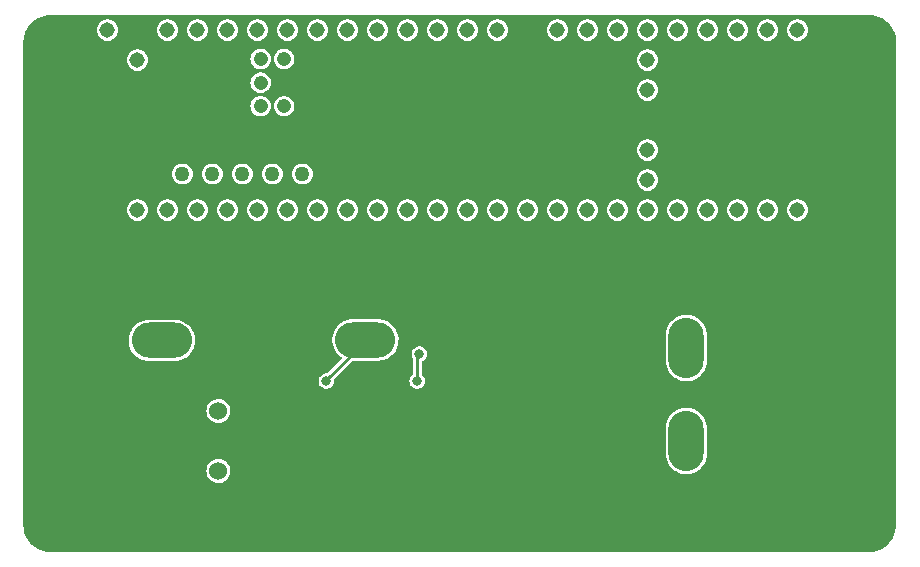
<source format=gbl>
G04 #@! TF.GenerationSoftware,KiCad,Pcbnew,(6.0.8)*
G04 #@! TF.CreationDate,2022-10-20T16:10:57-05:00*
G04 #@! TF.ProjectId,H-Bridge,482d4272-6964-4676-952e-6b696361645f,rev?*
G04 #@! TF.SameCoordinates,Original*
G04 #@! TF.FileFunction,Copper,L2,Bot*
G04 #@! TF.FilePolarity,Positive*
%FSLAX46Y46*%
G04 Gerber Fmt 4.6, Leading zero omitted, Abs format (unit mm)*
G04 Created by KiCad (PCBNEW (6.0.8)) date 2022-10-20 16:10:57*
%MOMM*%
%LPD*%
G01*
G04 APERTURE LIST*
G04 #@! TA.AperFunction,ComponentPad*
%ADD10O,5.100000X3.000000*%
G04 #@! TD*
G04 #@! TA.AperFunction,ComponentPad*
%ADD11C,1.308000*%
G04 #@! TD*
G04 #@! TA.AperFunction,ComponentPad*
%ADD12C,1.258000*%
G04 #@! TD*
G04 #@! TA.AperFunction,ComponentPad*
%ADD13C,1.208000*%
G04 #@! TD*
G04 #@! TA.AperFunction,ComponentPad*
%ADD14C,1.524000*%
G04 #@! TD*
G04 #@! TA.AperFunction,ComponentPad*
%ADD15O,3.000000X5.100000*%
G04 #@! TD*
G04 #@! TA.AperFunction,ViaPad*
%ADD16C,0.800000*%
G04 #@! TD*
G04 #@! TA.AperFunction,Conductor*
%ADD17C,0.254000*%
G04 #@! TD*
G04 #@! TA.AperFunction,Conductor*
%ADD18C,0.250000*%
G04 #@! TD*
G04 APERTURE END LIST*
D10*
X76708000Y-74232800D03*
X84582000Y-74232800D03*
D11*
X65278000Y-63246000D03*
X67818000Y-63246000D03*
X70358000Y-63246000D03*
X72898000Y-63246000D03*
X98298000Y-63246000D03*
X67818000Y-48006000D03*
X108458000Y-58166000D03*
X75438000Y-63246000D03*
X77978000Y-63246000D03*
D12*
X69088000Y-60196000D03*
D11*
X80518000Y-63246000D03*
X83058000Y-63246000D03*
X85598000Y-63246000D03*
X88138000Y-63246000D03*
X90678000Y-63246000D03*
X93218000Y-63246000D03*
X95758000Y-63246000D03*
X95758000Y-48006000D03*
X93218000Y-48006000D03*
X90678000Y-48006000D03*
X88138000Y-48006000D03*
X85598000Y-48006000D03*
X83058000Y-48006000D03*
X80518000Y-48006000D03*
X77978000Y-48006000D03*
X75438000Y-48006000D03*
X72898000Y-48006000D03*
X70358000Y-48006000D03*
X100838000Y-63246000D03*
X103378000Y-63246000D03*
X105918000Y-63246000D03*
X108458000Y-63246000D03*
X110998000Y-63246000D03*
X113538000Y-63246000D03*
X116078000Y-63246000D03*
X118618000Y-63246000D03*
X121158000Y-63246000D03*
X121158000Y-48006000D03*
X118618000Y-48006000D03*
X116078000Y-48006000D03*
X113538000Y-48006000D03*
X110998000Y-48006000D03*
X108458000Y-48006000D03*
X105918000Y-48006000D03*
X103378000Y-48006000D03*
X100838000Y-48006000D03*
D12*
X74168000Y-60196000D03*
X71628000Y-60196000D03*
D11*
X62738000Y-63246000D03*
X98298000Y-48006000D03*
X65278000Y-48006000D03*
X108458000Y-55626000D03*
D13*
X77708000Y-52456000D03*
X75708000Y-52456000D03*
D11*
X108458000Y-50546000D03*
X108458000Y-53086000D03*
D13*
X75708000Y-50456000D03*
X77708000Y-50456000D03*
X77708000Y-54456000D03*
X75708000Y-54456000D03*
D12*
X76708000Y-60196000D03*
X79248000Y-60196000D03*
D11*
X108458000Y-60706000D03*
X62738000Y-48006000D03*
X65278000Y-50546000D03*
D10*
X59478000Y-74288600D03*
X67352000Y-74288600D03*
D14*
X72136000Y-85344000D03*
X72136000Y-82804000D03*
X72136000Y-80264000D03*
D15*
X111760000Y-74930000D03*
X111760000Y-82804000D03*
D16*
X63500000Y-50800000D03*
X101600000Y-88900000D03*
X99314000Y-74676000D03*
X114300000Y-50800000D03*
X100330000Y-75692000D03*
X103886000Y-72898000D03*
X99314000Y-75692000D03*
X100330000Y-82550000D03*
X114300000Y-60960000D03*
X104902000Y-80518000D03*
X88900000Y-60960000D03*
X104902000Y-73914000D03*
X99314000Y-80518000D03*
X103886000Y-82550000D03*
X99314000Y-72644000D03*
X103886000Y-74930000D03*
X126746000Y-60960000D03*
X58420000Y-50800000D03*
X104902000Y-72898000D03*
X103886000Y-83566000D03*
X99314000Y-82550000D03*
X127000000Y-50800000D03*
X103886000Y-81534000D03*
X88900000Y-50800000D03*
X99314000Y-81534000D03*
X90932000Y-78740000D03*
X104902000Y-83566000D03*
X104902000Y-81534000D03*
X100330000Y-80518000D03*
X100330000Y-83566000D03*
X73660000Y-50800000D03*
X58420000Y-63500000D03*
X58420000Y-88900000D03*
X100330000Y-74676000D03*
X76200000Y-88900000D03*
X104902000Y-75946000D03*
X100330000Y-73660000D03*
X100330000Y-72644000D03*
X103886000Y-73914000D03*
X114300000Y-88900000D03*
X99314000Y-83566000D03*
X63500000Y-88900000D03*
X87376000Y-79756000D03*
X103886000Y-80518000D03*
X100330000Y-81534000D03*
X104902000Y-74930000D03*
X104902000Y-82550000D03*
X101600000Y-50800000D03*
X73660000Y-58420000D03*
X103886000Y-75946000D03*
X88900000Y-88900000D03*
X99314000Y-73660000D03*
X101600000Y-60960000D03*
X89148286Y-75432286D03*
X88968500Y-77724000D03*
X81280000Y-77724000D03*
D17*
X88968500Y-77724000D02*
X88968500Y-75612072D01*
X88968500Y-75612072D02*
X89148286Y-75432286D01*
D18*
X81280000Y-77724000D02*
X81280000Y-77673800D01*
X81280000Y-77673800D02*
X84709000Y-74244800D01*
G04 #@! TA.AperFunction,Conductor*
G36*
X93266422Y-46745703D02*
G01*
X127216510Y-46754542D01*
X127241054Y-46756962D01*
X127241829Y-46757116D01*
X127254000Y-46759537D01*
X127266172Y-46757116D01*
X127278580Y-46757116D01*
X127278580Y-46757436D01*
X127289456Y-46756696D01*
X127301690Y-46757436D01*
X127521882Y-46770755D01*
X127536986Y-46772589D01*
X127793463Y-46819589D01*
X127808237Y-46823230D01*
X128057186Y-46900805D01*
X128071407Y-46906199D01*
X128309186Y-47013214D01*
X128322658Y-47020284D01*
X128545803Y-47155177D01*
X128558325Y-47163820D01*
X128763586Y-47324630D01*
X128774974Y-47334720D01*
X128959353Y-47519095D01*
X128969441Y-47530481D01*
X129120814Y-47723688D01*
X129130253Y-47735736D01*
X129138894Y-47748253D01*
X129179893Y-47816072D01*
X129273797Y-47971405D01*
X129280868Y-47984877D01*
X129387886Y-48222653D01*
X129393281Y-48236880D01*
X129470857Y-48485816D01*
X129474499Y-48500589D01*
X129521506Y-48757072D01*
X129523340Y-48772176D01*
X129537392Y-49004408D01*
X129536640Y-49015471D01*
X129536935Y-49015471D01*
X129536935Y-49027883D01*
X129534514Y-49040056D01*
X129537063Y-49052870D01*
X129539484Y-49077497D01*
X129530238Y-70012762D01*
X129521465Y-89878497D01*
X129519045Y-89903018D01*
X129516463Y-89916000D01*
X129518884Y-89928172D01*
X129518884Y-89940580D01*
X129518564Y-89940580D01*
X129519304Y-89951456D01*
X129505245Y-90183882D01*
X129503411Y-90198986D01*
X129456411Y-90455463D01*
X129452770Y-90470236D01*
X129375199Y-90719175D01*
X129375197Y-90719180D01*
X129369801Y-90733407D01*
X129262786Y-90971186D01*
X129255716Y-90984658D01*
X129120823Y-91207803D01*
X129112180Y-91220325D01*
X128951370Y-91425586D01*
X128941280Y-91436974D01*
X128756905Y-91621353D01*
X128745519Y-91631441D01*
X128540260Y-91792256D01*
X128527747Y-91800894D01*
X128416169Y-91868347D01*
X128304595Y-91935797D01*
X128291124Y-91942868D01*
X128053425Y-92049851D01*
X128053347Y-92049886D01*
X128039120Y-92055281D01*
X127790184Y-92132857D01*
X127775411Y-92136499D01*
X127518928Y-92183506D01*
X127503824Y-92185340D01*
X127271592Y-92199392D01*
X127260526Y-92198640D01*
X127260526Y-92198935D01*
X127248115Y-92198935D01*
X127235944Y-92196514D01*
X127223774Y-92198935D01*
X127223773Y-92198935D01*
X127223049Y-92199079D01*
X127198466Y-92201500D01*
X57949476Y-92201500D01*
X57924897Y-92199079D01*
X57912000Y-92196514D01*
X57899828Y-92198935D01*
X57887420Y-92198935D01*
X57887420Y-92198615D01*
X57876544Y-92199355D01*
X57864311Y-92198615D01*
X57829576Y-92196514D01*
X57644120Y-92185296D01*
X57629016Y-92183462D01*
X57372542Y-92136462D01*
X57357769Y-92132821D01*
X57266146Y-92104270D01*
X57108820Y-92055245D01*
X57094602Y-92049853D01*
X56856818Y-91942835D01*
X56843362Y-91935773D01*
X56620211Y-91800873D01*
X56607690Y-91792231D01*
X56402427Y-91631417D01*
X56391039Y-91621327D01*
X56206673Y-91436961D01*
X56196583Y-91425573D01*
X56035769Y-91220310D01*
X56027126Y-91207788D01*
X55892239Y-90984658D01*
X55892227Y-90984638D01*
X55885165Y-90971182D01*
X55778147Y-90733398D01*
X55772753Y-90719175D01*
X55695179Y-90470231D01*
X55691538Y-90455458D01*
X55644538Y-90198984D01*
X55642704Y-90183880D01*
X55628645Y-89951456D01*
X55629385Y-89940580D01*
X55629065Y-89940580D01*
X55629065Y-89928172D01*
X55631486Y-89916000D01*
X55628921Y-89903103D01*
X55626500Y-89878524D01*
X55626500Y-85329739D01*
X71114682Y-85329739D01*
X71131362Y-85528386D01*
X71186310Y-85720009D01*
X71277430Y-85897311D01*
X71401253Y-86053537D01*
X71553063Y-86182737D01*
X71558441Y-86185743D01*
X71558443Y-86185744D01*
X71600397Y-86209191D01*
X71727076Y-86279989D01*
X71732935Y-86281893D01*
X71732938Y-86281894D01*
X71768701Y-86293514D01*
X71916665Y-86341591D01*
X71922775Y-86342320D01*
X71922777Y-86342320D01*
X71990314Y-86350373D01*
X72114609Y-86365194D01*
X72120744Y-86364722D01*
X72120746Y-86364722D01*
X72307226Y-86350373D01*
X72307231Y-86350372D01*
X72313367Y-86349900D01*
X72319297Y-86348244D01*
X72319299Y-86348244D01*
X72409369Y-86323096D01*
X72505370Y-86296292D01*
X72510870Y-86293514D01*
X72677802Y-86209191D01*
X72677804Y-86209190D01*
X72683303Y-86206412D01*
X72840390Y-86083682D01*
X72862962Y-86057532D01*
X72966618Y-85937446D01*
X72966619Y-85937444D01*
X72970647Y-85932778D01*
X73069112Y-85759448D01*
X73132035Y-85570294D01*
X73142772Y-85485306D01*
X73156578Y-85376023D01*
X73156579Y-85376013D01*
X73157020Y-85372520D01*
X73157418Y-85344000D01*
X73137965Y-85145606D01*
X73136184Y-85139707D01*
X73136183Y-85139702D01*
X73082129Y-84960667D01*
X73080348Y-84954768D01*
X73033555Y-84866762D01*
X72989655Y-84784198D01*
X72989653Y-84784195D01*
X72986761Y-84778756D01*
X72982871Y-84773986D01*
X72982868Y-84773982D01*
X72864663Y-84629049D01*
X72864660Y-84629046D01*
X72860768Y-84624274D01*
X72839998Y-84607091D01*
X72711919Y-84501135D01*
X72707170Y-84497206D01*
X72531815Y-84402392D01*
X72341385Y-84343444D01*
X72335260Y-84342800D01*
X72335259Y-84342800D01*
X72149260Y-84323251D01*
X72149258Y-84323251D01*
X72143131Y-84322607D01*
X72020252Y-84333790D01*
X71950746Y-84340115D01*
X71950745Y-84340115D01*
X71944605Y-84340674D01*
X71938691Y-84342415D01*
X71938689Y-84342415D01*
X71865867Y-84363848D01*
X71753370Y-84396958D01*
X71576709Y-84489314D01*
X71571909Y-84493174D01*
X71571908Y-84493174D01*
X71566893Y-84497206D01*
X71421351Y-84614225D01*
X71293214Y-84766933D01*
X71197179Y-84941621D01*
X71136902Y-85131635D01*
X71114682Y-85329739D01*
X55626500Y-85329739D01*
X55626500Y-83920206D01*
X110005500Y-83920206D01*
X110005673Y-83922531D01*
X110005673Y-83922537D01*
X110007189Y-83942928D01*
X110019906Y-84114059D01*
X110077458Y-84368405D01*
X110171973Y-84611450D01*
X110174290Y-84615504D01*
X110174292Y-84615508D01*
X110193121Y-84648451D01*
X110301375Y-84837855D01*
X110462820Y-85042647D01*
X110652761Y-85221326D01*
X110867027Y-85369968D01*
X110871217Y-85372034D01*
X110871220Y-85372036D01*
X111096722Y-85483241D01*
X111096725Y-85483242D01*
X111100910Y-85485306D01*
X111349272Y-85564807D01*
X111353879Y-85565557D01*
X111353882Y-85565558D01*
X111418895Y-85576146D01*
X111606656Y-85606725D01*
X111733125Y-85608380D01*
X111862733Y-85610077D01*
X111862736Y-85610077D01*
X111867410Y-85610138D01*
X112125804Y-85574972D01*
X112158103Y-85565558D01*
X112265324Y-85534306D01*
X112376162Y-85502000D01*
X112612984Y-85392823D01*
X112616889Y-85390263D01*
X112616894Y-85390260D01*
X112827154Y-85252408D01*
X112827159Y-85252404D01*
X112831067Y-85249842D01*
X112963507Y-85131635D01*
X113022129Y-85079313D01*
X113022131Y-85079311D01*
X113025621Y-85076196D01*
X113192371Y-84875700D01*
X113327655Y-84652760D01*
X113391237Y-84501135D01*
X113426691Y-84416587D01*
X113426693Y-84416582D01*
X113428500Y-84412272D01*
X113446144Y-84342800D01*
X113491537Y-84164059D01*
X113492690Y-84159520D01*
X113514500Y-83942928D01*
X113514500Y-81687794D01*
X113513046Y-81668226D01*
X113500440Y-81498593D01*
X113500439Y-81498589D01*
X113500094Y-81493941D01*
X113442542Y-81239595D01*
X113348027Y-80996550D01*
X113337158Y-80977532D01*
X113248342Y-80822139D01*
X113218625Y-80770145D01*
X113057180Y-80565353D01*
X112867239Y-80386674D01*
X112669849Y-80249739D01*
X112656815Y-80240697D01*
X112656812Y-80240695D01*
X112652973Y-80238032D01*
X112648783Y-80235966D01*
X112648780Y-80235964D01*
X112423278Y-80124759D01*
X112423275Y-80124758D01*
X112419090Y-80122694D01*
X112170728Y-80043193D01*
X112166121Y-80042443D01*
X112166118Y-80042442D01*
X111917955Y-80002026D01*
X111917956Y-80002026D01*
X111913344Y-80001275D01*
X111786875Y-79999620D01*
X111657267Y-79997923D01*
X111657264Y-79997923D01*
X111652590Y-79997862D01*
X111394196Y-80033028D01*
X111389710Y-80034336D01*
X111389708Y-80034336D01*
X111359321Y-80043193D01*
X111143838Y-80106000D01*
X110907016Y-80215177D01*
X110903111Y-80217737D01*
X110903106Y-80217740D01*
X110692846Y-80355592D01*
X110692841Y-80355596D01*
X110688933Y-80358158D01*
X110494379Y-80531804D01*
X110327629Y-80732300D01*
X110192345Y-80955240D01*
X110190538Y-80959548D01*
X110190538Y-80959549D01*
X110120567Y-81126412D01*
X110091500Y-81195728D01*
X110090349Y-81200260D01*
X110090348Y-81200263D01*
X110072663Y-81269900D01*
X110027310Y-81448480D01*
X110005500Y-81665072D01*
X110005500Y-83920206D01*
X55626500Y-83920206D01*
X55626500Y-80249739D01*
X71114682Y-80249739D01*
X71131362Y-80448386D01*
X71186310Y-80640009D01*
X71189125Y-80645486D01*
X71251303Y-80766472D01*
X71277430Y-80817311D01*
X71401253Y-80973537D01*
X71553063Y-81102737D01*
X71558441Y-81105743D01*
X71558443Y-81105744D01*
X71600397Y-81129191D01*
X71727076Y-81199989D01*
X71732935Y-81201893D01*
X71732938Y-81201894D01*
X71768701Y-81213514D01*
X71916665Y-81261591D01*
X71922775Y-81262320D01*
X71922777Y-81262320D01*
X71990314Y-81270373D01*
X72114609Y-81285194D01*
X72120744Y-81284722D01*
X72120746Y-81284722D01*
X72307226Y-81270373D01*
X72307231Y-81270372D01*
X72313367Y-81269900D01*
X72319297Y-81268244D01*
X72319299Y-81268244D01*
X72437502Y-81235241D01*
X72505370Y-81216292D01*
X72510870Y-81213514D01*
X72677802Y-81129191D01*
X72677804Y-81129190D01*
X72683303Y-81126412D01*
X72840390Y-81003682D01*
X72862962Y-80977532D01*
X72966618Y-80857446D01*
X72966619Y-80857444D01*
X72970647Y-80852778D01*
X73069112Y-80679448D01*
X73132035Y-80490294D01*
X73138105Y-80442247D01*
X73156578Y-80296023D01*
X73156579Y-80296013D01*
X73157020Y-80292520D01*
X73157418Y-80264000D01*
X73137965Y-80065606D01*
X73136184Y-80059707D01*
X73136183Y-80059702D01*
X73082129Y-79880667D01*
X73080348Y-79874768D01*
X72986761Y-79698756D01*
X72982871Y-79693986D01*
X72982868Y-79693982D01*
X72864663Y-79549049D01*
X72864660Y-79549046D01*
X72860768Y-79544274D01*
X72707170Y-79417206D01*
X72531815Y-79322392D01*
X72341385Y-79263444D01*
X72335260Y-79262800D01*
X72335259Y-79262800D01*
X72149260Y-79243251D01*
X72149258Y-79243251D01*
X72143131Y-79242607D01*
X72020252Y-79253790D01*
X71950746Y-79260115D01*
X71950745Y-79260115D01*
X71944605Y-79260674D01*
X71938691Y-79262415D01*
X71938689Y-79262415D01*
X71808539Y-79300721D01*
X71753370Y-79316958D01*
X71576709Y-79409314D01*
X71571909Y-79413174D01*
X71571908Y-79413174D01*
X71566893Y-79417206D01*
X71421351Y-79534225D01*
X71293214Y-79686933D01*
X71197179Y-79861621D01*
X71136902Y-80051635D01*
X71114682Y-80249739D01*
X55626500Y-80249739D01*
X55626500Y-77717096D01*
X80620729Y-77717096D01*
X80638113Y-77874553D01*
X80692553Y-78023319D01*
X80780908Y-78154805D01*
X80786527Y-78159918D01*
X80786528Y-78159919D01*
X80797903Y-78170269D01*
X80898076Y-78261419D01*
X81037293Y-78337008D01*
X81190522Y-78377207D01*
X81274477Y-78378526D01*
X81341319Y-78379576D01*
X81341322Y-78379576D01*
X81348916Y-78379695D01*
X81503332Y-78344329D01*
X81573742Y-78308917D01*
X81638072Y-78276563D01*
X81638075Y-78276561D01*
X81644855Y-78273151D01*
X81650626Y-78268222D01*
X81650629Y-78268220D01*
X81759536Y-78175204D01*
X81759536Y-78175203D01*
X81765314Y-78170269D01*
X81857755Y-78041624D01*
X81916842Y-77894641D01*
X81939162Y-77737807D01*
X81939307Y-77724000D01*
X81938472Y-77717096D01*
X88309229Y-77717096D01*
X88326613Y-77874553D01*
X88381053Y-78023319D01*
X88469408Y-78154805D01*
X88475027Y-78159918D01*
X88475028Y-78159919D01*
X88486403Y-78170269D01*
X88586576Y-78261419D01*
X88725793Y-78337008D01*
X88879022Y-78377207D01*
X88962977Y-78378526D01*
X89029819Y-78379576D01*
X89029822Y-78379576D01*
X89037416Y-78379695D01*
X89191832Y-78344329D01*
X89262242Y-78308917D01*
X89326572Y-78276563D01*
X89326575Y-78276561D01*
X89333355Y-78273151D01*
X89339126Y-78268222D01*
X89339129Y-78268220D01*
X89448036Y-78175204D01*
X89448036Y-78175203D01*
X89453814Y-78170269D01*
X89546255Y-78041624D01*
X89605342Y-77894641D01*
X89627662Y-77737807D01*
X89627807Y-77724000D01*
X89608776Y-77566733D01*
X89552780Y-77418546D01*
X89525194Y-77378408D01*
X89467355Y-77294251D01*
X89467354Y-77294249D01*
X89463053Y-77287992D01*
X89392181Y-77224847D01*
X89354626Y-77164598D01*
X89350000Y-77130771D01*
X89350000Y-76141155D01*
X89370002Y-76073034D01*
X89399813Y-76046206D01*
X110005500Y-76046206D01*
X110005673Y-76048531D01*
X110005673Y-76048537D01*
X110007494Y-76073034D01*
X110019906Y-76240059D01*
X110077458Y-76494405D01*
X110171973Y-76737450D01*
X110301375Y-76963855D01*
X110462820Y-77168647D01*
X110652761Y-77347326D01*
X110867027Y-77495968D01*
X110871217Y-77498034D01*
X110871220Y-77498036D01*
X111096722Y-77609241D01*
X111096725Y-77609242D01*
X111100910Y-77611306D01*
X111349272Y-77690807D01*
X111353879Y-77691557D01*
X111353882Y-77691558D01*
X111464449Y-77709565D01*
X111606656Y-77732725D01*
X111733125Y-77734380D01*
X111862733Y-77736077D01*
X111862736Y-77736077D01*
X111867410Y-77736138D01*
X112125804Y-77700972D01*
X112158103Y-77691558D01*
X112195238Y-77680734D01*
X112376162Y-77628000D01*
X112612984Y-77518823D01*
X112616889Y-77516263D01*
X112616894Y-77516260D01*
X112827154Y-77378408D01*
X112827159Y-77378404D01*
X112831067Y-77375842D01*
X113025621Y-77202196D01*
X113192371Y-77001700D01*
X113327655Y-76778760D01*
X113428500Y-76538272D01*
X113492690Y-76285520D01*
X113514500Y-76068928D01*
X113514500Y-73813794D01*
X113513046Y-73794226D01*
X113500440Y-73624593D01*
X113500439Y-73624589D01*
X113500094Y-73619941D01*
X113442542Y-73365595D01*
X113432522Y-73339827D01*
X113349722Y-73126909D01*
X113348027Y-73122550D01*
X113218625Y-72896145D01*
X113057180Y-72691353D01*
X112867239Y-72512674D01*
X112652973Y-72364032D01*
X112648783Y-72361966D01*
X112648780Y-72361964D01*
X112423278Y-72250759D01*
X112423275Y-72250758D01*
X112419090Y-72248694D01*
X112170728Y-72169193D01*
X112166121Y-72168443D01*
X112166118Y-72168442D01*
X111917955Y-72128026D01*
X111917956Y-72128026D01*
X111913344Y-72127275D01*
X111786875Y-72125620D01*
X111657267Y-72123923D01*
X111657264Y-72123923D01*
X111652590Y-72123862D01*
X111394196Y-72159028D01*
X111389710Y-72160336D01*
X111389708Y-72160336D01*
X111359321Y-72169193D01*
X111143838Y-72232000D01*
X110907016Y-72341177D01*
X110903111Y-72343737D01*
X110903106Y-72343740D01*
X110692846Y-72481592D01*
X110692841Y-72481596D01*
X110688933Y-72484158D01*
X110632978Y-72534100D01*
X110552356Y-72606058D01*
X110494379Y-72657804D01*
X110327629Y-72858300D01*
X110192345Y-73081240D01*
X110190538Y-73085548D01*
X110190538Y-73085549D01*
X110133552Y-73221446D01*
X110091500Y-73321728D01*
X110090349Y-73326260D01*
X110090348Y-73326263D01*
X110061498Y-73439862D01*
X110027310Y-73574480D01*
X110005500Y-73791072D01*
X110005500Y-76046206D01*
X89399813Y-76046206D01*
X89419387Y-76028590D01*
X89506355Y-75984851D01*
X89506361Y-75984847D01*
X89513141Y-75981437D01*
X89518912Y-75976508D01*
X89518915Y-75976506D01*
X89627822Y-75883490D01*
X89627822Y-75883489D01*
X89633600Y-75878555D01*
X89726041Y-75749910D01*
X89785128Y-75602927D01*
X89807448Y-75446093D01*
X89807593Y-75432286D01*
X89788562Y-75275019D01*
X89732566Y-75126832D01*
X89642839Y-74996278D01*
X89524561Y-74890897D01*
X89517175Y-74886986D01*
X89391274Y-74820325D01*
X89391275Y-74820325D01*
X89384560Y-74816770D01*
X89230919Y-74778178D01*
X89223320Y-74778138D01*
X89223319Y-74778138D01*
X89157467Y-74777793D01*
X89072507Y-74777348D01*
X89065127Y-74779120D01*
X89065125Y-74779120D01*
X88925849Y-74812557D01*
X88925846Y-74812558D01*
X88918470Y-74814329D01*
X88777700Y-74886986D01*
X88658325Y-74991124D01*
X88567236Y-75120730D01*
X88509692Y-75268323D01*
X88508700Y-75275856D01*
X88508700Y-75275857D01*
X88492456Y-75399247D01*
X88489015Y-75425382D01*
X88496693Y-75494929D01*
X88500188Y-75526578D01*
X88506399Y-75582839D01*
X88560839Y-75731605D01*
X88565076Y-75737910D01*
X88565580Y-75738660D01*
X88565761Y-75739255D01*
X88568524Y-75744677D01*
X88567563Y-75745167D01*
X88587000Y-75808938D01*
X88587000Y-77130933D01*
X88566998Y-77199054D01*
X88543830Y-77225881D01*
X88478539Y-77282838D01*
X88387450Y-77412444D01*
X88384690Y-77419524D01*
X88345212Y-77520780D01*
X88329906Y-77560037D01*
X88328914Y-77567570D01*
X88328914Y-77567571D01*
X88311269Y-77701602D01*
X88309229Y-77717096D01*
X81938472Y-77717096D01*
X81928018Y-77630715D01*
X81939691Y-77560686D01*
X81964010Y-77526484D01*
X83466289Y-76024205D01*
X83528601Y-75990179D01*
X83555384Y-75987300D01*
X85698206Y-75987300D01*
X85700531Y-75987127D01*
X85700537Y-75987127D01*
X85887407Y-75973240D01*
X85887411Y-75973239D01*
X85892059Y-75972894D01*
X86146405Y-75915342D01*
X86228313Y-75883490D01*
X86385091Y-75822522D01*
X86389450Y-75820827D01*
X86393504Y-75818510D01*
X86393508Y-75818508D01*
X86518226Y-75747225D01*
X86615855Y-75691425D01*
X86820647Y-75529980D01*
X86999326Y-75340039D01*
X87134287Y-75145494D01*
X87145303Y-75129615D01*
X87145305Y-75129612D01*
X87147968Y-75125773D01*
X87150532Y-75120574D01*
X87261241Y-74896078D01*
X87261242Y-74896075D01*
X87263306Y-74891890D01*
X87278488Y-74844463D01*
X87299971Y-74777348D01*
X87342807Y-74643528D01*
X87349393Y-74603092D01*
X87376820Y-74434682D01*
X87384725Y-74386144D01*
X87386380Y-74259675D01*
X87388077Y-74130067D01*
X87388077Y-74130064D01*
X87388138Y-74125390D01*
X87352972Y-73866996D01*
X87280000Y-73616638D01*
X87170823Y-73379816D01*
X87168260Y-73375906D01*
X87030408Y-73165646D01*
X87030404Y-73165641D01*
X87027842Y-73161733D01*
X86907116Y-73026471D01*
X86857313Y-72970671D01*
X86857311Y-72970669D01*
X86854196Y-72967179D01*
X86653700Y-72800429D01*
X86430760Y-72665145D01*
X86426451Y-72663338D01*
X86194587Y-72566109D01*
X86194582Y-72566107D01*
X86190272Y-72564300D01*
X86185740Y-72563149D01*
X86185737Y-72563148D01*
X85999615Y-72515880D01*
X85937520Y-72500110D01*
X85720928Y-72478300D01*
X83465794Y-72478300D01*
X83463469Y-72478473D01*
X83463463Y-72478473D01*
X83276593Y-72492360D01*
X83276589Y-72492361D01*
X83271941Y-72492706D01*
X83017595Y-72550258D01*
X83013243Y-72551950D01*
X83013241Y-72551951D01*
X83000096Y-72557063D01*
X82774550Y-72644773D01*
X82770496Y-72647090D01*
X82770492Y-72647092D01*
X82734669Y-72667567D01*
X82548145Y-72774175D01*
X82343353Y-72935620D01*
X82164674Y-73125561D01*
X82103293Y-73214041D01*
X82025442Y-73326263D01*
X82016032Y-73339827D01*
X82013966Y-73344017D01*
X82013964Y-73344020D01*
X81988515Y-73395627D01*
X81900694Y-73573710D01*
X81899272Y-73578153D01*
X81899271Y-73578155D01*
X81884406Y-73624593D01*
X81821193Y-73822072D01*
X81820443Y-73826679D01*
X81820442Y-73826682D01*
X81805520Y-73918308D01*
X81779275Y-74079456D01*
X81775862Y-74340210D01*
X81811028Y-74598604D01*
X81884000Y-74848962D01*
X81993177Y-75085784D01*
X81995737Y-75089689D01*
X81995740Y-75089694D01*
X82133592Y-75299954D01*
X82133596Y-75299959D01*
X82136158Y-75303867D01*
X82189078Y-75363159D01*
X82266745Y-75450177D01*
X82309804Y-75498421D01*
X82510300Y-75665171D01*
X82514291Y-75667593D01*
X82514301Y-75667600D01*
X82523422Y-75673134D01*
X82571285Y-75725571D01*
X82583200Y-75795561D01*
X82555384Y-75860882D01*
X82547156Y-75869950D01*
X81384473Y-77032633D01*
X81322161Y-77066659D01*
X81294718Y-77069536D01*
X81239017Y-77069244D01*
X81204221Y-77069062D01*
X81196841Y-77070834D01*
X81196839Y-77070834D01*
X81057563Y-77104271D01*
X81057560Y-77104272D01*
X81050184Y-77106043D01*
X80909414Y-77178700D01*
X80790039Y-77282838D01*
X80698950Y-77412444D01*
X80696190Y-77419524D01*
X80656712Y-77520780D01*
X80641406Y-77560037D01*
X80640414Y-77567570D01*
X80640414Y-77567571D01*
X80622769Y-77701602D01*
X80620729Y-77717096D01*
X55626500Y-77717096D01*
X55626500Y-74396010D01*
X64545862Y-74396010D01*
X64581028Y-74654404D01*
X64654000Y-74904762D01*
X64763177Y-75141584D01*
X64765737Y-75145489D01*
X64765740Y-75145494D01*
X64903592Y-75355754D01*
X64903596Y-75355759D01*
X64906158Y-75359667D01*
X64974663Y-75436420D01*
X65055132Y-75526578D01*
X65079804Y-75554221D01*
X65280300Y-75720971D01*
X65503240Y-75856255D01*
X65507548Y-75858062D01*
X65507549Y-75858062D01*
X65739413Y-75955291D01*
X65739418Y-75955293D01*
X65743728Y-75957100D01*
X65748260Y-75958251D01*
X65748263Y-75958252D01*
X65807280Y-75973240D01*
X65996480Y-76021290D01*
X66213072Y-76043100D01*
X68468206Y-76043100D01*
X68470531Y-76042927D01*
X68470537Y-76042927D01*
X68657407Y-76029040D01*
X68657411Y-76029039D01*
X68662059Y-76028694D01*
X68916405Y-75971142D01*
X69159450Y-75876627D01*
X69163504Y-75874310D01*
X69163508Y-75874308D01*
X69301285Y-75795561D01*
X69385855Y-75747225D01*
X69590647Y-75585780D01*
X69769326Y-75395839D01*
X69917968Y-75181573D01*
X69935760Y-75145494D01*
X70031241Y-74951878D01*
X70031242Y-74951875D01*
X70033306Y-74947690D01*
X70048488Y-74900263D01*
X70076562Y-74812557D01*
X70112807Y-74699328D01*
X70119393Y-74658892D01*
X70153974Y-74446555D01*
X70154725Y-74441944D01*
X70158138Y-74181190D01*
X70122972Y-73922796D01*
X70050000Y-73672438D01*
X69940823Y-73435616D01*
X69938260Y-73431706D01*
X69800408Y-73221446D01*
X69800404Y-73221441D01*
X69797842Y-73217533D01*
X69624196Y-73022979D01*
X69423700Y-72856229D01*
X69200760Y-72720945D01*
X69196451Y-72719138D01*
X68964587Y-72621909D01*
X68964582Y-72621907D01*
X68960272Y-72620100D01*
X68955740Y-72618949D01*
X68955737Y-72618948D01*
X68830235Y-72587075D01*
X68707520Y-72555910D01*
X68490928Y-72534100D01*
X66235794Y-72534100D01*
X66233469Y-72534273D01*
X66233463Y-72534273D01*
X66046593Y-72548160D01*
X66046589Y-72548161D01*
X66041941Y-72548506D01*
X65787595Y-72606058D01*
X65783243Y-72607750D01*
X65783241Y-72607751D01*
X65682076Y-72647092D01*
X65544550Y-72700573D01*
X65540496Y-72702890D01*
X65540492Y-72702892D01*
X65504669Y-72723367D01*
X65318145Y-72829975D01*
X65113353Y-72991420D01*
X64934674Y-73181361D01*
X64840291Y-73317413D01*
X64797001Y-73379816D01*
X64786032Y-73395627D01*
X64783966Y-73399817D01*
X64783964Y-73399820D01*
X64677042Y-73616638D01*
X64670694Y-73629510D01*
X64669272Y-73633953D01*
X64669271Y-73633955D01*
X64638977Y-73728593D01*
X64591193Y-73877872D01*
X64590443Y-73882479D01*
X64590442Y-73882482D01*
X64583122Y-73927427D01*
X64549275Y-74135256D01*
X64548674Y-74181190D01*
X64546654Y-74335533D01*
X64545862Y-74396010D01*
X55626500Y-74396010D01*
X55626500Y-63246000D01*
X64364496Y-63246000D01*
X64384458Y-63435928D01*
X64443473Y-63617556D01*
X64538960Y-63782944D01*
X64666747Y-63924866D01*
X64821248Y-64037118D01*
X64827276Y-64039802D01*
X64827278Y-64039803D01*
X64989681Y-64112109D01*
X64995712Y-64114794D01*
X65089113Y-64134647D01*
X65176056Y-64153128D01*
X65176061Y-64153128D01*
X65182513Y-64154500D01*
X65373487Y-64154500D01*
X65379939Y-64153128D01*
X65379944Y-64153128D01*
X65466887Y-64134647D01*
X65560288Y-64114794D01*
X65566319Y-64112109D01*
X65728722Y-64039803D01*
X65728724Y-64039802D01*
X65734752Y-64037118D01*
X65889253Y-63924866D01*
X66017040Y-63782944D01*
X66112527Y-63617556D01*
X66171542Y-63435928D01*
X66191504Y-63246000D01*
X66904496Y-63246000D01*
X66924458Y-63435928D01*
X66983473Y-63617556D01*
X67078960Y-63782944D01*
X67206747Y-63924866D01*
X67361248Y-64037118D01*
X67367276Y-64039802D01*
X67367278Y-64039803D01*
X67529681Y-64112109D01*
X67535712Y-64114794D01*
X67629113Y-64134647D01*
X67716056Y-64153128D01*
X67716061Y-64153128D01*
X67722513Y-64154500D01*
X67913487Y-64154500D01*
X67919939Y-64153128D01*
X67919944Y-64153128D01*
X68006887Y-64134647D01*
X68100288Y-64114794D01*
X68106319Y-64112109D01*
X68268722Y-64039803D01*
X68268724Y-64039802D01*
X68274752Y-64037118D01*
X68429253Y-63924866D01*
X68557040Y-63782944D01*
X68652527Y-63617556D01*
X68711542Y-63435928D01*
X68731504Y-63246000D01*
X69444496Y-63246000D01*
X69464458Y-63435928D01*
X69523473Y-63617556D01*
X69618960Y-63782944D01*
X69746747Y-63924866D01*
X69901248Y-64037118D01*
X69907276Y-64039802D01*
X69907278Y-64039803D01*
X70069681Y-64112109D01*
X70075712Y-64114794D01*
X70169113Y-64134647D01*
X70256056Y-64153128D01*
X70256061Y-64153128D01*
X70262513Y-64154500D01*
X70453487Y-64154500D01*
X70459939Y-64153128D01*
X70459944Y-64153128D01*
X70546887Y-64134647D01*
X70640288Y-64114794D01*
X70646319Y-64112109D01*
X70808722Y-64039803D01*
X70808724Y-64039802D01*
X70814752Y-64037118D01*
X70969253Y-63924866D01*
X71097040Y-63782944D01*
X71192527Y-63617556D01*
X71251542Y-63435928D01*
X71271504Y-63246000D01*
X71984496Y-63246000D01*
X72004458Y-63435928D01*
X72063473Y-63617556D01*
X72158960Y-63782944D01*
X72286747Y-63924866D01*
X72441248Y-64037118D01*
X72447276Y-64039802D01*
X72447278Y-64039803D01*
X72609681Y-64112109D01*
X72615712Y-64114794D01*
X72709113Y-64134647D01*
X72796056Y-64153128D01*
X72796061Y-64153128D01*
X72802513Y-64154500D01*
X72993487Y-64154500D01*
X72999939Y-64153128D01*
X72999944Y-64153128D01*
X73086887Y-64134647D01*
X73180288Y-64114794D01*
X73186319Y-64112109D01*
X73348722Y-64039803D01*
X73348724Y-64039802D01*
X73354752Y-64037118D01*
X73509253Y-63924866D01*
X73637040Y-63782944D01*
X73732527Y-63617556D01*
X73791542Y-63435928D01*
X73811504Y-63246000D01*
X74524496Y-63246000D01*
X74544458Y-63435928D01*
X74603473Y-63617556D01*
X74698960Y-63782944D01*
X74826747Y-63924866D01*
X74981248Y-64037118D01*
X74987276Y-64039802D01*
X74987278Y-64039803D01*
X75149681Y-64112109D01*
X75155712Y-64114794D01*
X75249113Y-64134647D01*
X75336056Y-64153128D01*
X75336061Y-64153128D01*
X75342513Y-64154500D01*
X75533487Y-64154500D01*
X75539939Y-64153128D01*
X75539944Y-64153128D01*
X75626887Y-64134647D01*
X75720288Y-64114794D01*
X75726319Y-64112109D01*
X75888722Y-64039803D01*
X75888724Y-64039802D01*
X75894752Y-64037118D01*
X76049253Y-63924866D01*
X76177040Y-63782944D01*
X76272527Y-63617556D01*
X76331542Y-63435928D01*
X76351504Y-63246000D01*
X77064496Y-63246000D01*
X77084458Y-63435928D01*
X77143473Y-63617556D01*
X77238960Y-63782944D01*
X77366747Y-63924866D01*
X77521248Y-64037118D01*
X77527276Y-64039802D01*
X77527278Y-64039803D01*
X77689681Y-64112109D01*
X77695712Y-64114794D01*
X77789113Y-64134647D01*
X77876056Y-64153128D01*
X77876061Y-64153128D01*
X77882513Y-64154500D01*
X78073487Y-64154500D01*
X78079939Y-64153128D01*
X78079944Y-64153128D01*
X78166887Y-64134647D01*
X78260288Y-64114794D01*
X78266319Y-64112109D01*
X78428722Y-64039803D01*
X78428724Y-64039802D01*
X78434752Y-64037118D01*
X78589253Y-63924866D01*
X78717040Y-63782944D01*
X78812527Y-63617556D01*
X78871542Y-63435928D01*
X78891504Y-63246000D01*
X79604496Y-63246000D01*
X79624458Y-63435928D01*
X79683473Y-63617556D01*
X79778960Y-63782944D01*
X79906747Y-63924866D01*
X80061248Y-64037118D01*
X80067276Y-64039802D01*
X80067278Y-64039803D01*
X80229681Y-64112109D01*
X80235712Y-64114794D01*
X80329113Y-64134647D01*
X80416056Y-64153128D01*
X80416061Y-64153128D01*
X80422513Y-64154500D01*
X80613487Y-64154500D01*
X80619939Y-64153128D01*
X80619944Y-64153128D01*
X80706887Y-64134647D01*
X80800288Y-64114794D01*
X80806319Y-64112109D01*
X80968722Y-64039803D01*
X80968724Y-64039802D01*
X80974752Y-64037118D01*
X81129253Y-63924866D01*
X81257040Y-63782944D01*
X81352527Y-63617556D01*
X81411542Y-63435928D01*
X81431504Y-63246000D01*
X82144496Y-63246000D01*
X82164458Y-63435928D01*
X82223473Y-63617556D01*
X82318960Y-63782944D01*
X82446747Y-63924866D01*
X82601248Y-64037118D01*
X82607276Y-64039802D01*
X82607278Y-64039803D01*
X82769681Y-64112109D01*
X82775712Y-64114794D01*
X82869113Y-64134647D01*
X82956056Y-64153128D01*
X82956061Y-64153128D01*
X82962513Y-64154500D01*
X83153487Y-64154500D01*
X83159939Y-64153128D01*
X83159944Y-64153128D01*
X83246887Y-64134647D01*
X83340288Y-64114794D01*
X83346319Y-64112109D01*
X83508722Y-64039803D01*
X83508724Y-64039802D01*
X83514752Y-64037118D01*
X83669253Y-63924866D01*
X83797040Y-63782944D01*
X83892527Y-63617556D01*
X83951542Y-63435928D01*
X83971504Y-63246000D01*
X84684496Y-63246000D01*
X84704458Y-63435928D01*
X84763473Y-63617556D01*
X84858960Y-63782944D01*
X84986747Y-63924866D01*
X85141248Y-64037118D01*
X85147276Y-64039802D01*
X85147278Y-64039803D01*
X85309681Y-64112109D01*
X85315712Y-64114794D01*
X85409113Y-64134647D01*
X85496056Y-64153128D01*
X85496061Y-64153128D01*
X85502513Y-64154500D01*
X85693487Y-64154500D01*
X85699939Y-64153128D01*
X85699944Y-64153128D01*
X85786887Y-64134647D01*
X85880288Y-64114794D01*
X85886319Y-64112109D01*
X86048722Y-64039803D01*
X86048724Y-64039802D01*
X86054752Y-64037118D01*
X86209253Y-63924866D01*
X86337040Y-63782944D01*
X86432527Y-63617556D01*
X86491542Y-63435928D01*
X86511504Y-63246000D01*
X87224496Y-63246000D01*
X87244458Y-63435928D01*
X87303473Y-63617556D01*
X87398960Y-63782944D01*
X87526747Y-63924866D01*
X87681248Y-64037118D01*
X87687276Y-64039802D01*
X87687278Y-64039803D01*
X87849681Y-64112109D01*
X87855712Y-64114794D01*
X87949113Y-64134647D01*
X88036056Y-64153128D01*
X88036061Y-64153128D01*
X88042513Y-64154500D01*
X88233487Y-64154500D01*
X88239939Y-64153128D01*
X88239944Y-64153128D01*
X88326887Y-64134647D01*
X88420288Y-64114794D01*
X88426319Y-64112109D01*
X88588722Y-64039803D01*
X88588724Y-64039802D01*
X88594752Y-64037118D01*
X88749253Y-63924866D01*
X88877040Y-63782944D01*
X88972527Y-63617556D01*
X89031542Y-63435928D01*
X89051504Y-63246000D01*
X89764496Y-63246000D01*
X89784458Y-63435928D01*
X89843473Y-63617556D01*
X89938960Y-63782944D01*
X90066747Y-63924866D01*
X90221248Y-64037118D01*
X90227276Y-64039802D01*
X90227278Y-64039803D01*
X90389681Y-64112109D01*
X90395712Y-64114794D01*
X90489113Y-64134647D01*
X90576056Y-64153128D01*
X90576061Y-64153128D01*
X90582513Y-64154500D01*
X90773487Y-64154500D01*
X90779939Y-64153128D01*
X90779944Y-64153128D01*
X90866887Y-64134647D01*
X90960288Y-64114794D01*
X90966319Y-64112109D01*
X91128722Y-64039803D01*
X91128724Y-64039802D01*
X91134752Y-64037118D01*
X91289253Y-63924866D01*
X91417040Y-63782944D01*
X91512527Y-63617556D01*
X91571542Y-63435928D01*
X91591504Y-63246000D01*
X92304496Y-63246000D01*
X92324458Y-63435928D01*
X92383473Y-63617556D01*
X92478960Y-63782944D01*
X92606747Y-63924866D01*
X92761248Y-64037118D01*
X92767276Y-64039802D01*
X92767278Y-64039803D01*
X92929681Y-64112109D01*
X92935712Y-64114794D01*
X93029113Y-64134647D01*
X93116056Y-64153128D01*
X93116061Y-64153128D01*
X93122513Y-64154500D01*
X93313487Y-64154500D01*
X93319939Y-64153128D01*
X93319944Y-64153128D01*
X93406887Y-64134647D01*
X93500288Y-64114794D01*
X93506319Y-64112109D01*
X93668722Y-64039803D01*
X93668724Y-64039802D01*
X93674752Y-64037118D01*
X93829253Y-63924866D01*
X93957040Y-63782944D01*
X94052527Y-63617556D01*
X94111542Y-63435928D01*
X94131504Y-63246000D01*
X94844496Y-63246000D01*
X94864458Y-63435928D01*
X94923473Y-63617556D01*
X95018960Y-63782944D01*
X95146747Y-63924866D01*
X95301248Y-64037118D01*
X95307276Y-64039802D01*
X95307278Y-64039803D01*
X95469681Y-64112109D01*
X95475712Y-64114794D01*
X95569113Y-64134647D01*
X95656056Y-64153128D01*
X95656061Y-64153128D01*
X95662513Y-64154500D01*
X95853487Y-64154500D01*
X95859939Y-64153128D01*
X95859944Y-64153128D01*
X95946887Y-64134647D01*
X96040288Y-64114794D01*
X96046319Y-64112109D01*
X96208722Y-64039803D01*
X96208724Y-64039802D01*
X96214752Y-64037118D01*
X96369253Y-63924866D01*
X96497040Y-63782944D01*
X96592527Y-63617556D01*
X96651542Y-63435928D01*
X96671504Y-63246000D01*
X97384496Y-63246000D01*
X97404458Y-63435928D01*
X97463473Y-63617556D01*
X97558960Y-63782944D01*
X97686747Y-63924866D01*
X97841248Y-64037118D01*
X97847276Y-64039802D01*
X97847278Y-64039803D01*
X98009681Y-64112109D01*
X98015712Y-64114794D01*
X98109113Y-64134647D01*
X98196056Y-64153128D01*
X98196061Y-64153128D01*
X98202513Y-64154500D01*
X98393487Y-64154500D01*
X98399939Y-64153128D01*
X98399944Y-64153128D01*
X98486887Y-64134647D01*
X98580288Y-64114794D01*
X98586319Y-64112109D01*
X98748722Y-64039803D01*
X98748724Y-64039802D01*
X98754752Y-64037118D01*
X98909253Y-63924866D01*
X99037040Y-63782944D01*
X99132527Y-63617556D01*
X99191542Y-63435928D01*
X99211504Y-63246000D01*
X99924496Y-63246000D01*
X99944458Y-63435928D01*
X100003473Y-63617556D01*
X100098960Y-63782944D01*
X100226747Y-63924866D01*
X100381248Y-64037118D01*
X100387276Y-64039802D01*
X100387278Y-64039803D01*
X100549681Y-64112109D01*
X100555712Y-64114794D01*
X100649113Y-64134647D01*
X100736056Y-64153128D01*
X100736061Y-64153128D01*
X100742513Y-64154500D01*
X100933487Y-64154500D01*
X100939939Y-64153128D01*
X100939944Y-64153128D01*
X101026887Y-64134647D01*
X101120288Y-64114794D01*
X101126319Y-64112109D01*
X101288722Y-64039803D01*
X101288724Y-64039802D01*
X101294752Y-64037118D01*
X101449253Y-63924866D01*
X101577040Y-63782944D01*
X101672527Y-63617556D01*
X101731542Y-63435928D01*
X101751504Y-63246000D01*
X102464496Y-63246000D01*
X102484458Y-63435928D01*
X102543473Y-63617556D01*
X102638960Y-63782944D01*
X102766747Y-63924866D01*
X102921248Y-64037118D01*
X102927276Y-64039802D01*
X102927278Y-64039803D01*
X103089681Y-64112109D01*
X103095712Y-64114794D01*
X103189113Y-64134647D01*
X103276056Y-64153128D01*
X103276061Y-64153128D01*
X103282513Y-64154500D01*
X103473487Y-64154500D01*
X103479939Y-64153128D01*
X103479944Y-64153128D01*
X103566887Y-64134647D01*
X103660288Y-64114794D01*
X103666319Y-64112109D01*
X103828722Y-64039803D01*
X103828724Y-64039802D01*
X103834752Y-64037118D01*
X103989253Y-63924866D01*
X104117040Y-63782944D01*
X104212527Y-63617556D01*
X104271542Y-63435928D01*
X104291504Y-63246000D01*
X105004496Y-63246000D01*
X105024458Y-63435928D01*
X105083473Y-63617556D01*
X105178960Y-63782944D01*
X105306747Y-63924866D01*
X105461248Y-64037118D01*
X105467276Y-64039802D01*
X105467278Y-64039803D01*
X105629681Y-64112109D01*
X105635712Y-64114794D01*
X105729113Y-64134647D01*
X105816056Y-64153128D01*
X105816061Y-64153128D01*
X105822513Y-64154500D01*
X106013487Y-64154500D01*
X106019939Y-64153128D01*
X106019944Y-64153128D01*
X106106887Y-64134647D01*
X106200288Y-64114794D01*
X106206319Y-64112109D01*
X106368722Y-64039803D01*
X106368724Y-64039802D01*
X106374752Y-64037118D01*
X106529253Y-63924866D01*
X106657040Y-63782944D01*
X106752527Y-63617556D01*
X106811542Y-63435928D01*
X106831504Y-63246000D01*
X107544496Y-63246000D01*
X107564458Y-63435928D01*
X107623473Y-63617556D01*
X107718960Y-63782944D01*
X107846747Y-63924866D01*
X108001248Y-64037118D01*
X108007276Y-64039802D01*
X108007278Y-64039803D01*
X108169681Y-64112109D01*
X108175712Y-64114794D01*
X108269113Y-64134647D01*
X108356056Y-64153128D01*
X108356061Y-64153128D01*
X108362513Y-64154500D01*
X108553487Y-64154500D01*
X108559939Y-64153128D01*
X108559944Y-64153128D01*
X108646887Y-64134647D01*
X108740288Y-64114794D01*
X108746319Y-64112109D01*
X108908722Y-64039803D01*
X108908724Y-64039802D01*
X108914752Y-64037118D01*
X109069253Y-63924866D01*
X109197040Y-63782944D01*
X109292527Y-63617556D01*
X109351542Y-63435928D01*
X109371504Y-63246000D01*
X110084496Y-63246000D01*
X110104458Y-63435928D01*
X110163473Y-63617556D01*
X110258960Y-63782944D01*
X110386747Y-63924866D01*
X110541248Y-64037118D01*
X110547276Y-64039802D01*
X110547278Y-64039803D01*
X110709681Y-64112109D01*
X110715712Y-64114794D01*
X110809113Y-64134647D01*
X110896056Y-64153128D01*
X110896061Y-64153128D01*
X110902513Y-64154500D01*
X111093487Y-64154500D01*
X111099939Y-64153128D01*
X111099944Y-64153128D01*
X111186887Y-64134647D01*
X111280288Y-64114794D01*
X111286319Y-64112109D01*
X111448722Y-64039803D01*
X111448724Y-64039802D01*
X111454752Y-64037118D01*
X111609253Y-63924866D01*
X111737040Y-63782944D01*
X111832527Y-63617556D01*
X111891542Y-63435928D01*
X111911504Y-63246000D01*
X112624496Y-63246000D01*
X112644458Y-63435928D01*
X112703473Y-63617556D01*
X112798960Y-63782944D01*
X112926747Y-63924866D01*
X113081248Y-64037118D01*
X113087276Y-64039802D01*
X113087278Y-64039803D01*
X113249681Y-64112109D01*
X113255712Y-64114794D01*
X113349113Y-64134647D01*
X113436056Y-64153128D01*
X113436061Y-64153128D01*
X113442513Y-64154500D01*
X113633487Y-64154500D01*
X113639939Y-64153128D01*
X113639944Y-64153128D01*
X113726887Y-64134647D01*
X113820288Y-64114794D01*
X113826319Y-64112109D01*
X113988722Y-64039803D01*
X113988724Y-64039802D01*
X113994752Y-64037118D01*
X114149253Y-63924866D01*
X114277040Y-63782944D01*
X114372527Y-63617556D01*
X114431542Y-63435928D01*
X114451504Y-63246000D01*
X115164496Y-63246000D01*
X115184458Y-63435928D01*
X115243473Y-63617556D01*
X115338960Y-63782944D01*
X115466747Y-63924866D01*
X115621248Y-64037118D01*
X115627276Y-64039802D01*
X115627278Y-64039803D01*
X115789681Y-64112109D01*
X115795712Y-64114794D01*
X115889113Y-64134647D01*
X115976056Y-64153128D01*
X115976061Y-64153128D01*
X115982513Y-64154500D01*
X116173487Y-64154500D01*
X116179939Y-64153128D01*
X116179944Y-64153128D01*
X116266887Y-64134647D01*
X116360288Y-64114794D01*
X116366319Y-64112109D01*
X116528722Y-64039803D01*
X116528724Y-64039802D01*
X116534752Y-64037118D01*
X116689253Y-63924866D01*
X116817040Y-63782944D01*
X116912527Y-63617556D01*
X116971542Y-63435928D01*
X116991504Y-63246000D01*
X117704496Y-63246000D01*
X117724458Y-63435928D01*
X117783473Y-63617556D01*
X117878960Y-63782944D01*
X118006747Y-63924866D01*
X118161248Y-64037118D01*
X118167276Y-64039802D01*
X118167278Y-64039803D01*
X118329681Y-64112109D01*
X118335712Y-64114794D01*
X118429113Y-64134647D01*
X118516056Y-64153128D01*
X118516061Y-64153128D01*
X118522513Y-64154500D01*
X118713487Y-64154500D01*
X118719939Y-64153128D01*
X118719944Y-64153128D01*
X118806887Y-64134647D01*
X118900288Y-64114794D01*
X118906319Y-64112109D01*
X119068722Y-64039803D01*
X119068724Y-64039802D01*
X119074752Y-64037118D01*
X119229253Y-63924866D01*
X119357040Y-63782944D01*
X119452527Y-63617556D01*
X119511542Y-63435928D01*
X119531504Y-63246000D01*
X120244496Y-63246000D01*
X120264458Y-63435928D01*
X120323473Y-63617556D01*
X120418960Y-63782944D01*
X120546747Y-63924866D01*
X120701248Y-64037118D01*
X120707276Y-64039802D01*
X120707278Y-64039803D01*
X120869681Y-64112109D01*
X120875712Y-64114794D01*
X120969113Y-64134647D01*
X121056056Y-64153128D01*
X121056061Y-64153128D01*
X121062513Y-64154500D01*
X121253487Y-64154500D01*
X121259939Y-64153128D01*
X121259944Y-64153128D01*
X121346887Y-64134647D01*
X121440288Y-64114794D01*
X121446319Y-64112109D01*
X121608722Y-64039803D01*
X121608724Y-64039802D01*
X121614752Y-64037118D01*
X121769253Y-63924866D01*
X121897040Y-63782944D01*
X121992527Y-63617556D01*
X122051542Y-63435928D01*
X122071504Y-63246000D01*
X122051542Y-63056072D01*
X121992527Y-62874444D01*
X121897040Y-62709056D01*
X121769253Y-62567134D01*
X121614752Y-62454882D01*
X121608724Y-62452198D01*
X121608722Y-62452197D01*
X121446319Y-62379891D01*
X121446318Y-62379891D01*
X121440288Y-62377206D01*
X121346888Y-62357353D01*
X121259944Y-62338872D01*
X121259939Y-62338872D01*
X121253487Y-62337500D01*
X121062513Y-62337500D01*
X121056061Y-62338872D01*
X121056056Y-62338872D01*
X120969112Y-62357353D01*
X120875712Y-62377206D01*
X120869682Y-62379891D01*
X120869681Y-62379891D01*
X120707278Y-62452197D01*
X120707276Y-62452198D01*
X120701248Y-62454882D01*
X120546747Y-62567134D01*
X120418960Y-62709056D01*
X120323473Y-62874444D01*
X120264458Y-63056072D01*
X120244496Y-63246000D01*
X119531504Y-63246000D01*
X119511542Y-63056072D01*
X119452527Y-62874444D01*
X119357040Y-62709056D01*
X119229253Y-62567134D01*
X119074752Y-62454882D01*
X119068724Y-62452198D01*
X119068722Y-62452197D01*
X118906319Y-62379891D01*
X118906318Y-62379891D01*
X118900288Y-62377206D01*
X118806888Y-62357353D01*
X118719944Y-62338872D01*
X118719939Y-62338872D01*
X118713487Y-62337500D01*
X118522513Y-62337500D01*
X118516061Y-62338872D01*
X118516056Y-62338872D01*
X118429112Y-62357353D01*
X118335712Y-62377206D01*
X118329682Y-62379891D01*
X118329681Y-62379891D01*
X118167278Y-62452197D01*
X118167276Y-62452198D01*
X118161248Y-62454882D01*
X118006747Y-62567134D01*
X117878960Y-62709056D01*
X117783473Y-62874444D01*
X117724458Y-63056072D01*
X117704496Y-63246000D01*
X116991504Y-63246000D01*
X116971542Y-63056072D01*
X116912527Y-62874444D01*
X116817040Y-62709056D01*
X116689253Y-62567134D01*
X116534752Y-62454882D01*
X116528724Y-62452198D01*
X116528722Y-62452197D01*
X116366319Y-62379891D01*
X116366318Y-62379891D01*
X116360288Y-62377206D01*
X116266888Y-62357353D01*
X116179944Y-62338872D01*
X116179939Y-62338872D01*
X116173487Y-62337500D01*
X115982513Y-62337500D01*
X115976061Y-62338872D01*
X115976056Y-62338872D01*
X115889112Y-62357353D01*
X115795712Y-62377206D01*
X115789682Y-62379891D01*
X115789681Y-62379891D01*
X115627278Y-62452197D01*
X115627276Y-62452198D01*
X115621248Y-62454882D01*
X115466747Y-62567134D01*
X115338960Y-62709056D01*
X115243473Y-62874444D01*
X115184458Y-63056072D01*
X115164496Y-63246000D01*
X114451504Y-63246000D01*
X114431542Y-63056072D01*
X114372527Y-62874444D01*
X114277040Y-62709056D01*
X114149253Y-62567134D01*
X113994752Y-62454882D01*
X113988724Y-62452198D01*
X113988722Y-62452197D01*
X113826319Y-62379891D01*
X113826318Y-62379891D01*
X113820288Y-62377206D01*
X113726888Y-62357353D01*
X113639944Y-62338872D01*
X113639939Y-62338872D01*
X113633487Y-62337500D01*
X113442513Y-62337500D01*
X113436061Y-62338872D01*
X113436056Y-62338872D01*
X113349112Y-62357353D01*
X113255712Y-62377206D01*
X113249682Y-62379891D01*
X113249681Y-62379891D01*
X113087278Y-62452197D01*
X113087276Y-62452198D01*
X113081248Y-62454882D01*
X112926747Y-62567134D01*
X112798960Y-62709056D01*
X112703473Y-62874444D01*
X112644458Y-63056072D01*
X112624496Y-63246000D01*
X111911504Y-63246000D01*
X111891542Y-63056072D01*
X111832527Y-62874444D01*
X111737040Y-62709056D01*
X111609253Y-62567134D01*
X111454752Y-62454882D01*
X111448724Y-62452198D01*
X111448722Y-62452197D01*
X111286319Y-62379891D01*
X111286318Y-62379891D01*
X111280288Y-62377206D01*
X111186888Y-62357353D01*
X111099944Y-62338872D01*
X111099939Y-62338872D01*
X111093487Y-62337500D01*
X110902513Y-62337500D01*
X110896061Y-62338872D01*
X110896056Y-62338872D01*
X110809112Y-62357353D01*
X110715712Y-62377206D01*
X110709682Y-62379891D01*
X110709681Y-62379891D01*
X110547278Y-62452197D01*
X110547276Y-62452198D01*
X110541248Y-62454882D01*
X110386747Y-62567134D01*
X110258960Y-62709056D01*
X110163473Y-62874444D01*
X110104458Y-63056072D01*
X110084496Y-63246000D01*
X109371504Y-63246000D01*
X109351542Y-63056072D01*
X109292527Y-62874444D01*
X109197040Y-62709056D01*
X109069253Y-62567134D01*
X108914752Y-62454882D01*
X108908724Y-62452198D01*
X108908722Y-62452197D01*
X108746319Y-62379891D01*
X108746318Y-62379891D01*
X108740288Y-62377206D01*
X108646888Y-62357353D01*
X108559944Y-62338872D01*
X108559939Y-62338872D01*
X108553487Y-62337500D01*
X108362513Y-62337500D01*
X108356061Y-62338872D01*
X108356056Y-62338872D01*
X108269112Y-62357353D01*
X108175712Y-62377206D01*
X108169682Y-62379891D01*
X108169681Y-62379891D01*
X108007278Y-62452197D01*
X108007276Y-62452198D01*
X108001248Y-62454882D01*
X107846747Y-62567134D01*
X107718960Y-62709056D01*
X107623473Y-62874444D01*
X107564458Y-63056072D01*
X107544496Y-63246000D01*
X106831504Y-63246000D01*
X106811542Y-63056072D01*
X106752527Y-62874444D01*
X106657040Y-62709056D01*
X106529253Y-62567134D01*
X106374752Y-62454882D01*
X106368724Y-62452198D01*
X106368722Y-62452197D01*
X106206319Y-62379891D01*
X106206318Y-62379891D01*
X106200288Y-62377206D01*
X106106888Y-62357353D01*
X106019944Y-62338872D01*
X106019939Y-62338872D01*
X106013487Y-62337500D01*
X105822513Y-62337500D01*
X105816061Y-62338872D01*
X105816056Y-62338872D01*
X105729112Y-62357353D01*
X105635712Y-62377206D01*
X105629682Y-62379891D01*
X105629681Y-62379891D01*
X105467278Y-62452197D01*
X105467276Y-62452198D01*
X105461248Y-62454882D01*
X105306747Y-62567134D01*
X105178960Y-62709056D01*
X105083473Y-62874444D01*
X105024458Y-63056072D01*
X105004496Y-63246000D01*
X104291504Y-63246000D01*
X104271542Y-63056072D01*
X104212527Y-62874444D01*
X104117040Y-62709056D01*
X103989253Y-62567134D01*
X103834752Y-62454882D01*
X103828724Y-62452198D01*
X103828722Y-62452197D01*
X103666319Y-62379891D01*
X103666318Y-62379891D01*
X103660288Y-62377206D01*
X103566888Y-62357353D01*
X103479944Y-62338872D01*
X103479939Y-62338872D01*
X103473487Y-62337500D01*
X103282513Y-62337500D01*
X103276061Y-62338872D01*
X103276056Y-62338872D01*
X103189112Y-62357353D01*
X103095712Y-62377206D01*
X103089682Y-62379891D01*
X103089681Y-62379891D01*
X102927278Y-62452197D01*
X102927276Y-62452198D01*
X102921248Y-62454882D01*
X102766747Y-62567134D01*
X102638960Y-62709056D01*
X102543473Y-62874444D01*
X102484458Y-63056072D01*
X102464496Y-63246000D01*
X101751504Y-63246000D01*
X101731542Y-63056072D01*
X101672527Y-62874444D01*
X101577040Y-62709056D01*
X101449253Y-62567134D01*
X101294752Y-62454882D01*
X101288724Y-62452198D01*
X101288722Y-62452197D01*
X101126319Y-62379891D01*
X101126318Y-62379891D01*
X101120288Y-62377206D01*
X101026888Y-62357353D01*
X100939944Y-62338872D01*
X100939939Y-62338872D01*
X100933487Y-62337500D01*
X100742513Y-62337500D01*
X100736061Y-62338872D01*
X100736056Y-62338872D01*
X100649112Y-62357353D01*
X100555712Y-62377206D01*
X100549682Y-62379891D01*
X100549681Y-62379891D01*
X100387278Y-62452197D01*
X100387276Y-62452198D01*
X100381248Y-62454882D01*
X100226747Y-62567134D01*
X100098960Y-62709056D01*
X100003473Y-62874444D01*
X99944458Y-63056072D01*
X99924496Y-63246000D01*
X99211504Y-63246000D01*
X99191542Y-63056072D01*
X99132527Y-62874444D01*
X99037040Y-62709056D01*
X98909253Y-62567134D01*
X98754752Y-62454882D01*
X98748724Y-62452198D01*
X98748722Y-62452197D01*
X98586319Y-62379891D01*
X98586318Y-62379891D01*
X98580288Y-62377206D01*
X98486888Y-62357353D01*
X98399944Y-62338872D01*
X98399939Y-62338872D01*
X98393487Y-62337500D01*
X98202513Y-62337500D01*
X98196061Y-62338872D01*
X98196056Y-62338872D01*
X98109112Y-62357353D01*
X98015712Y-62377206D01*
X98009682Y-62379891D01*
X98009681Y-62379891D01*
X97847278Y-62452197D01*
X97847276Y-62452198D01*
X97841248Y-62454882D01*
X97686747Y-62567134D01*
X97558960Y-62709056D01*
X97463473Y-62874444D01*
X97404458Y-63056072D01*
X97384496Y-63246000D01*
X96671504Y-63246000D01*
X96651542Y-63056072D01*
X96592527Y-62874444D01*
X96497040Y-62709056D01*
X96369253Y-62567134D01*
X96214752Y-62454882D01*
X96208724Y-62452198D01*
X96208722Y-62452197D01*
X96046319Y-62379891D01*
X96046318Y-62379891D01*
X96040288Y-62377206D01*
X95946888Y-62357353D01*
X95859944Y-62338872D01*
X95859939Y-62338872D01*
X95853487Y-62337500D01*
X95662513Y-62337500D01*
X95656061Y-62338872D01*
X95656056Y-62338872D01*
X95569112Y-62357353D01*
X95475712Y-62377206D01*
X95469682Y-62379891D01*
X95469681Y-62379891D01*
X95307278Y-62452197D01*
X95307276Y-62452198D01*
X95301248Y-62454882D01*
X95146747Y-62567134D01*
X95018960Y-62709056D01*
X94923473Y-62874444D01*
X94864458Y-63056072D01*
X94844496Y-63246000D01*
X94131504Y-63246000D01*
X94111542Y-63056072D01*
X94052527Y-62874444D01*
X93957040Y-62709056D01*
X93829253Y-62567134D01*
X93674752Y-62454882D01*
X93668724Y-62452198D01*
X93668722Y-62452197D01*
X93506319Y-62379891D01*
X93506318Y-62379891D01*
X93500288Y-62377206D01*
X93406888Y-62357353D01*
X93319944Y-62338872D01*
X93319939Y-62338872D01*
X93313487Y-62337500D01*
X93122513Y-62337500D01*
X93116061Y-62338872D01*
X93116056Y-62338872D01*
X93029112Y-62357353D01*
X92935712Y-62377206D01*
X92929682Y-62379891D01*
X92929681Y-62379891D01*
X92767278Y-62452197D01*
X92767276Y-62452198D01*
X92761248Y-62454882D01*
X92606747Y-62567134D01*
X92478960Y-62709056D01*
X92383473Y-62874444D01*
X92324458Y-63056072D01*
X92304496Y-63246000D01*
X91591504Y-63246000D01*
X91571542Y-63056072D01*
X91512527Y-62874444D01*
X91417040Y-62709056D01*
X91289253Y-62567134D01*
X91134752Y-62454882D01*
X91128724Y-62452198D01*
X91128722Y-62452197D01*
X90966319Y-62379891D01*
X90966318Y-62379891D01*
X90960288Y-62377206D01*
X90866888Y-62357353D01*
X90779944Y-62338872D01*
X90779939Y-62338872D01*
X90773487Y-62337500D01*
X90582513Y-62337500D01*
X90576061Y-62338872D01*
X90576056Y-62338872D01*
X90489112Y-62357353D01*
X90395712Y-62377206D01*
X90389682Y-62379891D01*
X90389681Y-62379891D01*
X90227278Y-62452197D01*
X90227276Y-62452198D01*
X90221248Y-62454882D01*
X90066747Y-62567134D01*
X89938960Y-62709056D01*
X89843473Y-62874444D01*
X89784458Y-63056072D01*
X89764496Y-63246000D01*
X89051504Y-63246000D01*
X89031542Y-63056072D01*
X88972527Y-62874444D01*
X88877040Y-62709056D01*
X88749253Y-62567134D01*
X88594752Y-62454882D01*
X88588724Y-62452198D01*
X88588722Y-62452197D01*
X88426319Y-62379891D01*
X88426318Y-62379891D01*
X88420288Y-62377206D01*
X88326888Y-62357353D01*
X88239944Y-62338872D01*
X88239939Y-62338872D01*
X88233487Y-62337500D01*
X88042513Y-62337500D01*
X88036061Y-62338872D01*
X88036056Y-62338872D01*
X87949112Y-62357353D01*
X87855712Y-62377206D01*
X87849682Y-62379891D01*
X87849681Y-62379891D01*
X87687278Y-62452197D01*
X87687276Y-62452198D01*
X87681248Y-62454882D01*
X87526747Y-62567134D01*
X87398960Y-62709056D01*
X87303473Y-62874444D01*
X87244458Y-63056072D01*
X87224496Y-63246000D01*
X86511504Y-63246000D01*
X86491542Y-63056072D01*
X86432527Y-62874444D01*
X86337040Y-62709056D01*
X86209253Y-62567134D01*
X86054752Y-62454882D01*
X86048724Y-62452198D01*
X86048722Y-62452197D01*
X85886319Y-62379891D01*
X85886318Y-62379891D01*
X85880288Y-62377206D01*
X85786888Y-62357353D01*
X85699944Y-62338872D01*
X85699939Y-62338872D01*
X85693487Y-62337500D01*
X85502513Y-62337500D01*
X85496061Y-62338872D01*
X85496056Y-62338872D01*
X85409112Y-62357353D01*
X85315712Y-62377206D01*
X85309682Y-62379891D01*
X85309681Y-62379891D01*
X85147278Y-62452197D01*
X85147276Y-62452198D01*
X85141248Y-62454882D01*
X84986747Y-62567134D01*
X84858960Y-62709056D01*
X84763473Y-62874444D01*
X84704458Y-63056072D01*
X84684496Y-63246000D01*
X83971504Y-63246000D01*
X83951542Y-63056072D01*
X83892527Y-62874444D01*
X83797040Y-62709056D01*
X83669253Y-62567134D01*
X83514752Y-62454882D01*
X83508724Y-62452198D01*
X83508722Y-62452197D01*
X83346319Y-62379891D01*
X83346318Y-62379891D01*
X83340288Y-62377206D01*
X83246888Y-62357353D01*
X83159944Y-62338872D01*
X83159939Y-62338872D01*
X83153487Y-62337500D01*
X82962513Y-62337500D01*
X82956061Y-62338872D01*
X82956056Y-62338872D01*
X82869112Y-62357353D01*
X82775712Y-62377206D01*
X82769682Y-62379891D01*
X82769681Y-62379891D01*
X82607278Y-62452197D01*
X82607276Y-62452198D01*
X82601248Y-62454882D01*
X82446747Y-62567134D01*
X82318960Y-62709056D01*
X82223473Y-62874444D01*
X82164458Y-63056072D01*
X82144496Y-63246000D01*
X81431504Y-63246000D01*
X81411542Y-63056072D01*
X81352527Y-62874444D01*
X81257040Y-62709056D01*
X81129253Y-62567134D01*
X80974752Y-62454882D01*
X80968724Y-62452198D01*
X80968722Y-62452197D01*
X80806319Y-62379891D01*
X80806318Y-62379891D01*
X80800288Y-62377206D01*
X80706888Y-62357353D01*
X80619944Y-62338872D01*
X80619939Y-62338872D01*
X80613487Y-62337500D01*
X80422513Y-62337500D01*
X80416061Y-62338872D01*
X80416056Y-62338872D01*
X80329112Y-62357353D01*
X80235712Y-62377206D01*
X80229682Y-62379891D01*
X80229681Y-62379891D01*
X80067278Y-62452197D01*
X80067276Y-62452198D01*
X80061248Y-62454882D01*
X79906747Y-62567134D01*
X79778960Y-62709056D01*
X79683473Y-62874444D01*
X79624458Y-63056072D01*
X79604496Y-63246000D01*
X78891504Y-63246000D01*
X78871542Y-63056072D01*
X78812527Y-62874444D01*
X78717040Y-62709056D01*
X78589253Y-62567134D01*
X78434752Y-62454882D01*
X78428724Y-62452198D01*
X78428722Y-62452197D01*
X78266319Y-62379891D01*
X78266318Y-62379891D01*
X78260288Y-62377206D01*
X78166888Y-62357353D01*
X78079944Y-62338872D01*
X78079939Y-62338872D01*
X78073487Y-62337500D01*
X77882513Y-62337500D01*
X77876061Y-62338872D01*
X77876056Y-62338872D01*
X77789112Y-62357353D01*
X77695712Y-62377206D01*
X77689682Y-62379891D01*
X77689681Y-62379891D01*
X77527278Y-62452197D01*
X77527276Y-62452198D01*
X77521248Y-62454882D01*
X77366747Y-62567134D01*
X77238960Y-62709056D01*
X77143473Y-62874444D01*
X77084458Y-63056072D01*
X77064496Y-63246000D01*
X76351504Y-63246000D01*
X76331542Y-63056072D01*
X76272527Y-62874444D01*
X76177040Y-62709056D01*
X76049253Y-62567134D01*
X75894752Y-62454882D01*
X75888724Y-62452198D01*
X75888722Y-62452197D01*
X75726319Y-62379891D01*
X75726318Y-62379891D01*
X75720288Y-62377206D01*
X75626888Y-62357353D01*
X75539944Y-62338872D01*
X75539939Y-62338872D01*
X75533487Y-62337500D01*
X75342513Y-62337500D01*
X75336061Y-62338872D01*
X75336056Y-62338872D01*
X75249112Y-62357353D01*
X75155712Y-62377206D01*
X75149682Y-62379891D01*
X75149681Y-62379891D01*
X74987278Y-62452197D01*
X74987276Y-62452198D01*
X74981248Y-62454882D01*
X74826747Y-62567134D01*
X74698960Y-62709056D01*
X74603473Y-62874444D01*
X74544458Y-63056072D01*
X74524496Y-63246000D01*
X73811504Y-63246000D01*
X73791542Y-63056072D01*
X73732527Y-62874444D01*
X73637040Y-62709056D01*
X73509253Y-62567134D01*
X73354752Y-62454882D01*
X73348724Y-62452198D01*
X73348722Y-62452197D01*
X73186319Y-62379891D01*
X73186318Y-62379891D01*
X73180288Y-62377206D01*
X73086888Y-62357353D01*
X72999944Y-62338872D01*
X72999939Y-62338872D01*
X72993487Y-62337500D01*
X72802513Y-62337500D01*
X72796061Y-62338872D01*
X72796056Y-62338872D01*
X72709112Y-62357353D01*
X72615712Y-62377206D01*
X72609682Y-62379891D01*
X72609681Y-62379891D01*
X72447278Y-62452197D01*
X72447276Y-62452198D01*
X72441248Y-62454882D01*
X72286747Y-62567134D01*
X72158960Y-62709056D01*
X72063473Y-62874444D01*
X72004458Y-63056072D01*
X71984496Y-63246000D01*
X71271504Y-63246000D01*
X71251542Y-63056072D01*
X71192527Y-62874444D01*
X71097040Y-62709056D01*
X70969253Y-62567134D01*
X70814752Y-62454882D01*
X70808724Y-62452198D01*
X70808722Y-62452197D01*
X70646319Y-62379891D01*
X70646318Y-62379891D01*
X70640288Y-62377206D01*
X70546888Y-62357353D01*
X70459944Y-62338872D01*
X70459939Y-62338872D01*
X70453487Y-62337500D01*
X70262513Y-62337500D01*
X70256061Y-62338872D01*
X70256056Y-62338872D01*
X70169112Y-62357353D01*
X70075712Y-62377206D01*
X70069682Y-62379891D01*
X70069681Y-62379891D01*
X69907278Y-62452197D01*
X69907276Y-62452198D01*
X69901248Y-62454882D01*
X69746747Y-62567134D01*
X69618960Y-62709056D01*
X69523473Y-62874444D01*
X69464458Y-63056072D01*
X69444496Y-63246000D01*
X68731504Y-63246000D01*
X68711542Y-63056072D01*
X68652527Y-62874444D01*
X68557040Y-62709056D01*
X68429253Y-62567134D01*
X68274752Y-62454882D01*
X68268724Y-62452198D01*
X68268722Y-62452197D01*
X68106319Y-62379891D01*
X68106318Y-62379891D01*
X68100288Y-62377206D01*
X68006888Y-62357353D01*
X67919944Y-62338872D01*
X67919939Y-62338872D01*
X67913487Y-62337500D01*
X67722513Y-62337500D01*
X67716061Y-62338872D01*
X67716056Y-62338872D01*
X67629112Y-62357353D01*
X67535712Y-62377206D01*
X67529682Y-62379891D01*
X67529681Y-62379891D01*
X67367278Y-62452197D01*
X67367276Y-62452198D01*
X67361248Y-62454882D01*
X67206747Y-62567134D01*
X67078960Y-62709056D01*
X66983473Y-62874444D01*
X66924458Y-63056072D01*
X66904496Y-63246000D01*
X66191504Y-63246000D01*
X66171542Y-63056072D01*
X66112527Y-62874444D01*
X66017040Y-62709056D01*
X65889253Y-62567134D01*
X65734752Y-62454882D01*
X65728724Y-62452198D01*
X65728722Y-62452197D01*
X65566319Y-62379891D01*
X65566318Y-62379891D01*
X65560288Y-62377206D01*
X65466888Y-62357353D01*
X65379944Y-62338872D01*
X65379939Y-62338872D01*
X65373487Y-62337500D01*
X65182513Y-62337500D01*
X65176061Y-62338872D01*
X65176056Y-62338872D01*
X65089112Y-62357353D01*
X64995712Y-62377206D01*
X64989682Y-62379891D01*
X64989681Y-62379891D01*
X64827278Y-62452197D01*
X64827276Y-62452198D01*
X64821248Y-62454882D01*
X64666747Y-62567134D01*
X64538960Y-62709056D01*
X64443473Y-62874444D01*
X64384458Y-63056072D01*
X64364496Y-63246000D01*
X55626500Y-63246000D01*
X55626500Y-60196000D01*
X68199633Y-60196000D01*
X68200323Y-60202565D01*
X68213583Y-60328721D01*
X68219046Y-60380702D01*
X68276436Y-60557331D01*
X68369296Y-60718169D01*
X68493566Y-60856185D01*
X68498908Y-60860066D01*
X68498910Y-60860068D01*
X68556908Y-60902206D01*
X68643816Y-60965348D01*
X68649844Y-60968032D01*
X68649846Y-60968033D01*
X68807448Y-61038202D01*
X68813479Y-61040887D01*
X68904309Y-61060193D01*
X68988683Y-61078128D01*
X68988687Y-61078128D01*
X68995140Y-61079500D01*
X69180860Y-61079500D01*
X69187313Y-61078128D01*
X69187317Y-61078128D01*
X69271691Y-61060193D01*
X69362521Y-61040887D01*
X69368552Y-61038202D01*
X69526154Y-60968033D01*
X69526156Y-60968032D01*
X69532184Y-60965348D01*
X69619092Y-60902206D01*
X69677090Y-60860068D01*
X69677092Y-60860066D01*
X69682434Y-60856185D01*
X69806704Y-60718169D01*
X69899564Y-60557331D01*
X69956954Y-60380702D01*
X69962418Y-60328721D01*
X69975677Y-60202565D01*
X69976367Y-60196000D01*
X70739633Y-60196000D01*
X70740323Y-60202565D01*
X70753583Y-60328721D01*
X70759046Y-60380702D01*
X70816436Y-60557331D01*
X70909296Y-60718169D01*
X71033566Y-60856185D01*
X71038908Y-60860066D01*
X71038910Y-60860068D01*
X71096908Y-60902206D01*
X71183816Y-60965348D01*
X71189844Y-60968032D01*
X71189846Y-60968033D01*
X71347448Y-61038202D01*
X71353479Y-61040887D01*
X71444309Y-61060193D01*
X71528683Y-61078128D01*
X71528687Y-61078128D01*
X71535140Y-61079500D01*
X71720860Y-61079500D01*
X71727313Y-61078128D01*
X71727317Y-61078128D01*
X71811691Y-61060193D01*
X71902521Y-61040887D01*
X71908552Y-61038202D01*
X72066154Y-60968033D01*
X72066156Y-60968032D01*
X72072184Y-60965348D01*
X72159092Y-60902206D01*
X72217090Y-60860068D01*
X72217092Y-60860066D01*
X72222434Y-60856185D01*
X72346704Y-60718169D01*
X72439564Y-60557331D01*
X72496954Y-60380702D01*
X72502418Y-60328721D01*
X72515677Y-60202565D01*
X72516367Y-60196000D01*
X73279633Y-60196000D01*
X73280323Y-60202565D01*
X73293583Y-60328721D01*
X73299046Y-60380702D01*
X73356436Y-60557331D01*
X73449296Y-60718169D01*
X73573566Y-60856185D01*
X73578908Y-60860066D01*
X73578910Y-60860068D01*
X73636908Y-60902206D01*
X73723816Y-60965348D01*
X73729844Y-60968032D01*
X73729846Y-60968033D01*
X73887448Y-61038202D01*
X73893479Y-61040887D01*
X73984309Y-61060193D01*
X74068683Y-61078128D01*
X74068687Y-61078128D01*
X74075140Y-61079500D01*
X74260860Y-61079500D01*
X74267313Y-61078128D01*
X74267317Y-61078128D01*
X74351691Y-61060193D01*
X74442521Y-61040887D01*
X74448552Y-61038202D01*
X74606154Y-60968033D01*
X74606156Y-60968032D01*
X74612184Y-60965348D01*
X74699092Y-60902206D01*
X74757090Y-60860068D01*
X74757092Y-60860066D01*
X74762434Y-60856185D01*
X74886704Y-60718169D01*
X74979564Y-60557331D01*
X75036954Y-60380702D01*
X75042418Y-60328721D01*
X75055677Y-60202565D01*
X75056367Y-60196000D01*
X75819633Y-60196000D01*
X75820323Y-60202565D01*
X75833583Y-60328721D01*
X75839046Y-60380702D01*
X75896436Y-60557331D01*
X75989296Y-60718169D01*
X76113566Y-60856185D01*
X76118908Y-60860066D01*
X76118910Y-60860068D01*
X76176908Y-60902206D01*
X76263816Y-60965348D01*
X76269844Y-60968032D01*
X76269846Y-60968033D01*
X76427448Y-61038202D01*
X76433479Y-61040887D01*
X76524309Y-61060193D01*
X76608683Y-61078128D01*
X76608687Y-61078128D01*
X76615140Y-61079500D01*
X76800860Y-61079500D01*
X76807313Y-61078128D01*
X76807317Y-61078128D01*
X76891691Y-61060193D01*
X76982521Y-61040887D01*
X76988552Y-61038202D01*
X77146154Y-60968033D01*
X77146156Y-60968032D01*
X77152184Y-60965348D01*
X77239092Y-60902206D01*
X77297090Y-60860068D01*
X77297092Y-60860066D01*
X77302434Y-60856185D01*
X77426704Y-60718169D01*
X77519564Y-60557331D01*
X77576954Y-60380702D01*
X77582418Y-60328721D01*
X77595677Y-60202565D01*
X77596367Y-60196000D01*
X78359633Y-60196000D01*
X78360323Y-60202565D01*
X78373583Y-60328721D01*
X78379046Y-60380702D01*
X78436436Y-60557331D01*
X78529296Y-60718169D01*
X78653566Y-60856185D01*
X78658908Y-60860066D01*
X78658910Y-60860068D01*
X78716908Y-60902206D01*
X78803816Y-60965348D01*
X78809844Y-60968032D01*
X78809846Y-60968033D01*
X78967448Y-61038202D01*
X78973479Y-61040887D01*
X79064309Y-61060193D01*
X79148683Y-61078128D01*
X79148687Y-61078128D01*
X79155140Y-61079500D01*
X79340860Y-61079500D01*
X79347313Y-61078128D01*
X79347317Y-61078128D01*
X79431691Y-61060193D01*
X79522521Y-61040887D01*
X79528552Y-61038202D01*
X79686154Y-60968033D01*
X79686156Y-60968032D01*
X79692184Y-60965348D01*
X79779092Y-60902206D01*
X79837090Y-60860068D01*
X79837092Y-60860066D01*
X79842434Y-60856185D01*
X79966704Y-60718169D01*
X79973730Y-60706000D01*
X107544496Y-60706000D01*
X107564458Y-60895928D01*
X107623473Y-61077556D01*
X107718960Y-61242944D01*
X107846747Y-61384866D01*
X108001248Y-61497118D01*
X108007276Y-61499802D01*
X108007278Y-61499803D01*
X108169681Y-61572109D01*
X108175712Y-61574794D01*
X108269113Y-61594647D01*
X108356056Y-61613128D01*
X108356061Y-61613128D01*
X108362513Y-61614500D01*
X108553487Y-61614500D01*
X108559939Y-61613128D01*
X108559944Y-61613128D01*
X108646887Y-61594647D01*
X108740288Y-61574794D01*
X108746319Y-61572109D01*
X108908722Y-61499803D01*
X108908724Y-61499802D01*
X108914752Y-61497118D01*
X109069253Y-61384866D01*
X109197040Y-61242944D01*
X109292527Y-61077556D01*
X109351542Y-60895928D01*
X109371504Y-60706000D01*
X109356480Y-60563054D01*
X109352232Y-60522635D01*
X109352232Y-60522633D01*
X109351542Y-60516072D01*
X109292527Y-60334444D01*
X109197040Y-60169056D01*
X109069253Y-60027134D01*
X108914752Y-59914882D01*
X108908724Y-59912198D01*
X108908722Y-59912197D01*
X108746319Y-59839891D01*
X108746318Y-59839891D01*
X108740288Y-59837206D01*
X108646887Y-59817353D01*
X108559944Y-59798872D01*
X108559939Y-59798872D01*
X108553487Y-59797500D01*
X108362513Y-59797500D01*
X108356061Y-59798872D01*
X108356056Y-59798872D01*
X108269113Y-59817353D01*
X108175712Y-59837206D01*
X108169682Y-59839891D01*
X108169681Y-59839891D01*
X108007278Y-59912197D01*
X108007276Y-59912198D01*
X108001248Y-59914882D01*
X107846747Y-60027134D01*
X107718960Y-60169056D01*
X107623473Y-60334444D01*
X107564458Y-60516072D01*
X107563768Y-60522633D01*
X107563768Y-60522635D01*
X107559520Y-60563054D01*
X107544496Y-60706000D01*
X79973730Y-60706000D01*
X80059564Y-60557331D01*
X80116954Y-60380702D01*
X80122418Y-60328721D01*
X80135677Y-60202565D01*
X80136367Y-60196000D01*
X80119135Y-60032045D01*
X80117644Y-60017862D01*
X80117644Y-60017861D01*
X80116954Y-60011298D01*
X80059564Y-59834669D01*
X80038105Y-59797500D01*
X79970005Y-59679549D01*
X79966704Y-59673831D01*
X79842434Y-59535815D01*
X79692184Y-59426652D01*
X79686156Y-59423968D01*
X79686154Y-59423967D01*
X79528552Y-59353798D01*
X79528551Y-59353798D01*
X79522521Y-59351113D01*
X79431690Y-59331806D01*
X79347317Y-59313872D01*
X79347313Y-59313872D01*
X79340860Y-59312500D01*
X79155140Y-59312500D01*
X79148687Y-59313872D01*
X79148683Y-59313872D01*
X79064310Y-59331806D01*
X78973479Y-59351113D01*
X78967450Y-59353797D01*
X78967448Y-59353798D01*
X78809847Y-59423967D01*
X78809845Y-59423968D01*
X78803817Y-59426652D01*
X78798476Y-59430532D01*
X78798475Y-59430533D01*
X78658910Y-59531932D01*
X78658908Y-59531934D01*
X78653566Y-59535815D01*
X78529296Y-59673831D01*
X78525995Y-59679549D01*
X78457896Y-59797500D01*
X78436436Y-59834669D01*
X78379046Y-60011298D01*
X78378356Y-60017861D01*
X78378356Y-60017862D01*
X78376865Y-60032045D01*
X78359633Y-60196000D01*
X77596367Y-60196000D01*
X77579135Y-60032045D01*
X77577644Y-60017862D01*
X77577644Y-60017861D01*
X77576954Y-60011298D01*
X77519564Y-59834669D01*
X77498105Y-59797500D01*
X77430005Y-59679549D01*
X77426704Y-59673831D01*
X77302434Y-59535815D01*
X77152184Y-59426652D01*
X77146156Y-59423968D01*
X77146154Y-59423967D01*
X76988552Y-59353798D01*
X76988551Y-59353798D01*
X76982521Y-59351113D01*
X76891690Y-59331806D01*
X76807317Y-59313872D01*
X76807313Y-59313872D01*
X76800860Y-59312500D01*
X76615140Y-59312500D01*
X76608687Y-59313872D01*
X76608683Y-59313872D01*
X76524310Y-59331806D01*
X76433479Y-59351113D01*
X76427450Y-59353797D01*
X76427448Y-59353798D01*
X76269847Y-59423967D01*
X76269845Y-59423968D01*
X76263817Y-59426652D01*
X76258476Y-59430532D01*
X76258475Y-59430533D01*
X76118910Y-59531932D01*
X76118908Y-59531934D01*
X76113566Y-59535815D01*
X75989296Y-59673831D01*
X75985995Y-59679549D01*
X75917896Y-59797500D01*
X75896436Y-59834669D01*
X75839046Y-60011298D01*
X75838356Y-60017861D01*
X75838356Y-60017862D01*
X75836865Y-60032045D01*
X75819633Y-60196000D01*
X75056367Y-60196000D01*
X75039135Y-60032045D01*
X75037644Y-60017862D01*
X75037644Y-60017861D01*
X75036954Y-60011298D01*
X74979564Y-59834669D01*
X74958105Y-59797500D01*
X74890005Y-59679549D01*
X74886704Y-59673831D01*
X74762434Y-59535815D01*
X74612184Y-59426652D01*
X74606156Y-59423968D01*
X74606154Y-59423967D01*
X74448552Y-59353798D01*
X74448551Y-59353798D01*
X74442521Y-59351113D01*
X74351690Y-59331806D01*
X74267317Y-59313872D01*
X74267313Y-59313872D01*
X74260860Y-59312500D01*
X74075140Y-59312500D01*
X74068687Y-59313872D01*
X74068683Y-59313872D01*
X73984310Y-59331806D01*
X73893479Y-59351113D01*
X73887450Y-59353797D01*
X73887448Y-59353798D01*
X73729847Y-59423967D01*
X73729845Y-59423968D01*
X73723817Y-59426652D01*
X73718476Y-59430532D01*
X73718475Y-59430533D01*
X73578910Y-59531932D01*
X73578908Y-59531934D01*
X73573566Y-59535815D01*
X73449296Y-59673831D01*
X73445995Y-59679549D01*
X73377896Y-59797500D01*
X73356436Y-59834669D01*
X73299046Y-60011298D01*
X73298356Y-60017861D01*
X73298356Y-60017862D01*
X73296865Y-60032045D01*
X73279633Y-60196000D01*
X72516367Y-60196000D01*
X72499135Y-60032045D01*
X72497644Y-60017862D01*
X72497644Y-60017861D01*
X72496954Y-60011298D01*
X72439564Y-59834669D01*
X72418105Y-59797500D01*
X72350005Y-59679549D01*
X72346704Y-59673831D01*
X72222434Y-59535815D01*
X72072184Y-59426652D01*
X72066156Y-59423968D01*
X72066154Y-59423967D01*
X71908552Y-59353798D01*
X71908551Y-59353798D01*
X71902521Y-59351113D01*
X71811690Y-59331806D01*
X71727317Y-59313872D01*
X71727313Y-59313872D01*
X71720860Y-59312500D01*
X71535140Y-59312500D01*
X71528687Y-59313872D01*
X71528683Y-59313872D01*
X71444310Y-59331806D01*
X71353479Y-59351113D01*
X71347450Y-59353797D01*
X71347448Y-59353798D01*
X71189847Y-59423967D01*
X71189845Y-59423968D01*
X71183817Y-59426652D01*
X71178476Y-59430532D01*
X71178475Y-59430533D01*
X71038910Y-59531932D01*
X71038908Y-59531934D01*
X71033566Y-59535815D01*
X70909296Y-59673831D01*
X70905995Y-59679549D01*
X70837896Y-59797500D01*
X70816436Y-59834669D01*
X70759046Y-60011298D01*
X70758356Y-60017861D01*
X70758356Y-60017862D01*
X70756865Y-60032045D01*
X70739633Y-60196000D01*
X69976367Y-60196000D01*
X69959135Y-60032045D01*
X69957644Y-60017862D01*
X69957644Y-60017861D01*
X69956954Y-60011298D01*
X69899564Y-59834669D01*
X69878105Y-59797500D01*
X69810005Y-59679549D01*
X69806704Y-59673831D01*
X69682434Y-59535815D01*
X69532184Y-59426652D01*
X69526156Y-59423968D01*
X69526154Y-59423967D01*
X69368552Y-59353798D01*
X69368551Y-59353798D01*
X69362521Y-59351113D01*
X69271690Y-59331806D01*
X69187317Y-59313872D01*
X69187313Y-59313872D01*
X69180860Y-59312500D01*
X68995140Y-59312500D01*
X68988687Y-59313872D01*
X68988683Y-59313872D01*
X68904310Y-59331806D01*
X68813479Y-59351113D01*
X68807450Y-59353797D01*
X68807448Y-59353798D01*
X68649847Y-59423967D01*
X68649845Y-59423968D01*
X68643817Y-59426652D01*
X68638476Y-59430532D01*
X68638475Y-59430533D01*
X68498910Y-59531932D01*
X68498908Y-59531934D01*
X68493566Y-59535815D01*
X68369296Y-59673831D01*
X68365995Y-59679549D01*
X68297896Y-59797500D01*
X68276436Y-59834669D01*
X68219046Y-60011298D01*
X68218356Y-60017861D01*
X68218356Y-60017862D01*
X68216865Y-60032045D01*
X68199633Y-60196000D01*
X55626500Y-60196000D01*
X55626500Y-58166000D01*
X107544496Y-58166000D01*
X107564458Y-58355928D01*
X107623473Y-58537556D01*
X107718960Y-58702944D01*
X107846747Y-58844866D01*
X108001248Y-58957118D01*
X108007276Y-58959802D01*
X108007278Y-58959803D01*
X108169681Y-59032109D01*
X108175712Y-59034794D01*
X108269112Y-59054647D01*
X108356056Y-59073128D01*
X108356061Y-59073128D01*
X108362513Y-59074500D01*
X108553487Y-59074500D01*
X108559939Y-59073128D01*
X108559944Y-59073128D01*
X108646888Y-59054647D01*
X108740288Y-59034794D01*
X108746319Y-59032109D01*
X108908722Y-58959803D01*
X108908724Y-58959802D01*
X108914752Y-58957118D01*
X109069253Y-58844866D01*
X109197040Y-58702944D01*
X109292527Y-58537556D01*
X109351542Y-58355928D01*
X109371504Y-58166000D01*
X109351542Y-57976072D01*
X109292527Y-57794444D01*
X109197040Y-57629056D01*
X109069253Y-57487134D01*
X108914752Y-57374882D01*
X108908724Y-57372198D01*
X108908722Y-57372197D01*
X108746319Y-57299891D01*
X108746318Y-57299891D01*
X108740288Y-57297206D01*
X108646887Y-57277353D01*
X108559944Y-57258872D01*
X108559939Y-57258872D01*
X108553487Y-57257500D01*
X108362513Y-57257500D01*
X108356061Y-57258872D01*
X108356056Y-57258872D01*
X108269113Y-57277353D01*
X108175712Y-57297206D01*
X108169682Y-57299891D01*
X108169681Y-57299891D01*
X108007278Y-57372197D01*
X108007276Y-57372198D01*
X108001248Y-57374882D01*
X107846747Y-57487134D01*
X107718960Y-57629056D01*
X107623473Y-57794444D01*
X107564458Y-57976072D01*
X107544496Y-58166000D01*
X55626500Y-58166000D01*
X55626500Y-54456000D01*
X74844771Y-54456000D01*
X74863635Y-54635475D01*
X74919401Y-54807107D01*
X75009633Y-54963393D01*
X75130387Y-55097504D01*
X75276385Y-55203578D01*
X75282413Y-55206262D01*
X75282415Y-55206263D01*
X75435217Y-55274295D01*
X75441248Y-55276980D01*
X75529508Y-55295740D01*
X75611311Y-55313128D01*
X75611315Y-55313128D01*
X75617768Y-55314500D01*
X75798232Y-55314500D01*
X75804685Y-55313128D01*
X75804689Y-55313128D01*
X75886492Y-55295740D01*
X75974752Y-55276980D01*
X75980783Y-55274295D01*
X76133585Y-55206263D01*
X76133587Y-55206262D01*
X76139615Y-55203578D01*
X76285613Y-55097504D01*
X76406367Y-54963393D01*
X76496599Y-54807107D01*
X76552365Y-54635475D01*
X76571229Y-54456000D01*
X76844771Y-54456000D01*
X76863635Y-54635475D01*
X76919401Y-54807107D01*
X77009633Y-54963393D01*
X77130387Y-55097504D01*
X77276385Y-55203578D01*
X77282413Y-55206262D01*
X77282415Y-55206263D01*
X77435217Y-55274295D01*
X77441248Y-55276980D01*
X77529508Y-55295740D01*
X77611311Y-55313128D01*
X77611315Y-55313128D01*
X77617768Y-55314500D01*
X77798232Y-55314500D01*
X77804685Y-55313128D01*
X77804689Y-55313128D01*
X77886492Y-55295740D01*
X77974752Y-55276980D01*
X77980783Y-55274295D01*
X78133585Y-55206263D01*
X78133587Y-55206262D01*
X78139615Y-55203578D01*
X78285613Y-55097504D01*
X78406367Y-54963393D01*
X78496599Y-54807107D01*
X78552365Y-54635475D01*
X78571229Y-54456000D01*
X78552365Y-54276525D01*
X78496599Y-54104893D01*
X78406367Y-53948607D01*
X78285613Y-53814496D01*
X78217304Y-53764866D01*
X78144957Y-53712303D01*
X78144956Y-53712302D01*
X78139615Y-53708422D01*
X78133587Y-53705738D01*
X78133585Y-53705737D01*
X77980783Y-53637705D01*
X77980781Y-53637705D01*
X77974752Y-53635020D01*
X77886492Y-53616260D01*
X77804689Y-53598872D01*
X77804685Y-53598872D01*
X77798232Y-53597500D01*
X77617768Y-53597500D01*
X77611315Y-53598872D01*
X77611311Y-53598872D01*
X77529508Y-53616260D01*
X77441248Y-53635020D01*
X77435219Y-53637704D01*
X77435217Y-53637705D01*
X77282416Y-53705737D01*
X77282414Y-53705738D01*
X77276386Y-53708422D01*
X77271045Y-53712302D01*
X77271044Y-53712303D01*
X77135731Y-53810613D01*
X77135729Y-53810615D01*
X77130387Y-53814496D01*
X77009633Y-53948607D01*
X76919401Y-54104893D01*
X76863635Y-54276525D01*
X76844771Y-54456000D01*
X76571229Y-54456000D01*
X76552365Y-54276525D01*
X76496599Y-54104893D01*
X76406367Y-53948607D01*
X76285613Y-53814496D01*
X76217304Y-53764866D01*
X76144957Y-53712303D01*
X76144956Y-53712302D01*
X76139615Y-53708422D01*
X76133587Y-53705738D01*
X76133585Y-53705737D01*
X75980783Y-53637705D01*
X75980781Y-53637705D01*
X75974752Y-53635020D01*
X75886492Y-53616260D01*
X75804689Y-53598872D01*
X75804685Y-53598872D01*
X75798232Y-53597500D01*
X75617768Y-53597500D01*
X75611315Y-53598872D01*
X75611311Y-53598872D01*
X75529508Y-53616260D01*
X75441248Y-53635020D01*
X75435219Y-53637704D01*
X75435217Y-53637705D01*
X75282416Y-53705737D01*
X75282414Y-53705738D01*
X75276386Y-53708422D01*
X75271045Y-53712302D01*
X75271044Y-53712303D01*
X75135731Y-53810613D01*
X75135729Y-53810615D01*
X75130387Y-53814496D01*
X75009633Y-53948607D01*
X74919401Y-54104893D01*
X74863635Y-54276525D01*
X74844771Y-54456000D01*
X55626500Y-54456000D01*
X55626500Y-52456000D01*
X74844771Y-52456000D01*
X74863635Y-52635475D01*
X74919401Y-52807107D01*
X75009633Y-52963393D01*
X75014051Y-52968300D01*
X75014052Y-52968301D01*
X75120029Y-53086000D01*
X75130387Y-53097504D01*
X75276385Y-53203578D01*
X75282413Y-53206262D01*
X75282415Y-53206263D01*
X75424144Y-53269365D01*
X75441248Y-53276980D01*
X75529508Y-53295740D01*
X75611311Y-53313128D01*
X75611315Y-53313128D01*
X75617768Y-53314500D01*
X75798232Y-53314500D01*
X75804685Y-53313128D01*
X75804689Y-53313128D01*
X75886492Y-53295740D01*
X75974752Y-53276980D01*
X75991856Y-53269365D01*
X76133585Y-53206263D01*
X76133587Y-53206262D01*
X76139615Y-53203578D01*
X76285613Y-53097504D01*
X76295971Y-53086000D01*
X107544496Y-53086000D01*
X107564458Y-53275928D01*
X107623473Y-53457556D01*
X107718960Y-53622944D01*
X107846747Y-53764866D01*
X108001248Y-53877118D01*
X108007276Y-53879802D01*
X108007278Y-53879803D01*
X108169681Y-53952109D01*
X108175712Y-53954794D01*
X108269112Y-53974647D01*
X108356056Y-53993128D01*
X108356061Y-53993128D01*
X108362513Y-53994500D01*
X108553487Y-53994500D01*
X108559939Y-53993128D01*
X108559944Y-53993128D01*
X108646887Y-53974647D01*
X108740288Y-53954794D01*
X108746319Y-53952109D01*
X108908722Y-53879803D01*
X108908724Y-53879802D01*
X108914752Y-53877118D01*
X109069253Y-53764866D01*
X109197040Y-53622944D01*
X109292527Y-53457556D01*
X109351542Y-53275928D01*
X109371504Y-53086000D01*
X109370814Y-53079435D01*
X109352232Y-52902635D01*
X109352232Y-52902633D01*
X109351542Y-52896072D01*
X109292527Y-52714444D01*
X109197040Y-52549056D01*
X109069253Y-52407134D01*
X108914752Y-52294882D01*
X108908724Y-52292198D01*
X108908722Y-52292197D01*
X108746319Y-52219891D01*
X108746318Y-52219891D01*
X108740288Y-52217206D01*
X108646887Y-52197353D01*
X108559944Y-52178872D01*
X108559939Y-52178872D01*
X108553487Y-52177500D01*
X108362513Y-52177500D01*
X108356061Y-52178872D01*
X108356056Y-52178872D01*
X108269113Y-52197353D01*
X108175712Y-52217206D01*
X108169682Y-52219891D01*
X108169681Y-52219891D01*
X108007278Y-52292197D01*
X108007276Y-52292198D01*
X108001248Y-52294882D01*
X107846747Y-52407134D01*
X107718960Y-52549056D01*
X107623473Y-52714444D01*
X107564458Y-52896072D01*
X107563768Y-52902633D01*
X107563768Y-52902635D01*
X107545186Y-53079435D01*
X107544496Y-53086000D01*
X76295971Y-53086000D01*
X76401948Y-52968301D01*
X76401949Y-52968300D01*
X76406367Y-52963393D01*
X76496599Y-52807107D01*
X76552365Y-52635475D01*
X76571229Y-52456000D01*
X76554702Y-52298763D01*
X76553055Y-52283089D01*
X76553055Y-52283088D01*
X76552365Y-52276525D01*
X76496599Y-52104893D01*
X76406367Y-51948607D01*
X76285613Y-51814496D01*
X76139615Y-51708422D01*
X76133587Y-51705738D01*
X76133585Y-51705737D01*
X75980783Y-51637705D01*
X75980781Y-51637705D01*
X75974752Y-51635020D01*
X75886492Y-51616260D01*
X75804689Y-51598872D01*
X75804685Y-51598872D01*
X75798232Y-51597500D01*
X75617768Y-51597500D01*
X75611315Y-51598872D01*
X75611311Y-51598872D01*
X75529508Y-51616260D01*
X75441248Y-51635020D01*
X75435219Y-51637704D01*
X75435217Y-51637705D01*
X75282416Y-51705737D01*
X75282414Y-51705738D01*
X75276386Y-51708422D01*
X75271045Y-51712302D01*
X75271044Y-51712303D01*
X75135731Y-51810613D01*
X75135729Y-51810615D01*
X75130387Y-51814496D01*
X75009633Y-51948607D01*
X74919401Y-52104893D01*
X74863635Y-52276525D01*
X74862945Y-52283088D01*
X74862945Y-52283089D01*
X74861298Y-52298763D01*
X74844771Y-52456000D01*
X55626500Y-52456000D01*
X55626500Y-50546000D01*
X64364496Y-50546000D01*
X64384458Y-50735928D01*
X64443473Y-50917556D01*
X64538960Y-51082944D01*
X64666747Y-51224866D01*
X64821248Y-51337118D01*
X64827276Y-51339802D01*
X64827278Y-51339803D01*
X64989681Y-51412109D01*
X64995712Y-51414794D01*
X65089113Y-51434647D01*
X65176056Y-51453128D01*
X65176061Y-51453128D01*
X65182513Y-51454500D01*
X65373487Y-51454500D01*
X65379939Y-51453128D01*
X65379944Y-51453128D01*
X65466888Y-51434647D01*
X65560288Y-51414794D01*
X65566319Y-51412109D01*
X65728722Y-51339803D01*
X65728724Y-51339802D01*
X65734752Y-51337118D01*
X65889253Y-51224866D01*
X66017040Y-51082944D01*
X66112527Y-50917556D01*
X66171542Y-50735928D01*
X66191504Y-50546000D01*
X66182045Y-50456000D01*
X74844771Y-50456000D01*
X74863635Y-50635475D01*
X74919401Y-50807107D01*
X75009633Y-50963393D01*
X75014051Y-50968300D01*
X75014052Y-50968301D01*
X75117277Y-51082944D01*
X75130387Y-51097504D01*
X75276385Y-51203578D01*
X75282413Y-51206262D01*
X75282415Y-51206263D01*
X75435217Y-51274295D01*
X75441248Y-51276980D01*
X75529508Y-51295740D01*
X75611311Y-51313128D01*
X75611315Y-51313128D01*
X75617768Y-51314500D01*
X75798232Y-51314500D01*
X75804685Y-51313128D01*
X75804689Y-51313128D01*
X75886492Y-51295740D01*
X75974752Y-51276980D01*
X75980783Y-51274295D01*
X76133585Y-51206263D01*
X76133587Y-51206262D01*
X76139615Y-51203578D01*
X76285613Y-51097504D01*
X76298723Y-51082944D01*
X76401948Y-50968301D01*
X76401949Y-50968300D01*
X76406367Y-50963393D01*
X76496599Y-50807107D01*
X76552365Y-50635475D01*
X76571229Y-50456000D01*
X76844771Y-50456000D01*
X76863635Y-50635475D01*
X76919401Y-50807107D01*
X77009633Y-50963393D01*
X77014051Y-50968300D01*
X77014052Y-50968301D01*
X77117277Y-51082944D01*
X77130387Y-51097504D01*
X77276385Y-51203578D01*
X77282413Y-51206262D01*
X77282415Y-51206263D01*
X77435217Y-51274295D01*
X77441248Y-51276980D01*
X77529508Y-51295740D01*
X77611311Y-51313128D01*
X77611315Y-51313128D01*
X77617768Y-51314500D01*
X77798232Y-51314500D01*
X77804685Y-51313128D01*
X77804689Y-51313128D01*
X77886492Y-51295740D01*
X77974752Y-51276980D01*
X77980783Y-51274295D01*
X78133585Y-51206263D01*
X78133587Y-51206262D01*
X78139615Y-51203578D01*
X78285613Y-51097504D01*
X78298723Y-51082944D01*
X78401948Y-50968301D01*
X78401949Y-50968300D01*
X78406367Y-50963393D01*
X78496599Y-50807107D01*
X78552365Y-50635475D01*
X78561769Y-50546000D01*
X107544496Y-50546000D01*
X107564458Y-50735928D01*
X107623473Y-50917556D01*
X107718960Y-51082944D01*
X107846747Y-51224866D01*
X108001248Y-51337118D01*
X108007276Y-51339802D01*
X108007278Y-51339803D01*
X108169681Y-51412109D01*
X108175712Y-51414794D01*
X108269113Y-51434647D01*
X108356056Y-51453128D01*
X108356061Y-51453128D01*
X108362513Y-51454500D01*
X108553487Y-51454500D01*
X108559939Y-51453128D01*
X108559944Y-51453128D01*
X108646888Y-51434647D01*
X108740288Y-51414794D01*
X108746319Y-51412109D01*
X108908722Y-51339803D01*
X108908724Y-51339802D01*
X108914752Y-51337118D01*
X109069253Y-51224866D01*
X109197040Y-51082944D01*
X109292527Y-50917556D01*
X109351542Y-50735928D01*
X109371504Y-50546000D01*
X109351542Y-50356072D01*
X109292527Y-50174444D01*
X109197040Y-50009056D01*
X109138193Y-49943699D01*
X109073675Y-49872045D01*
X109073674Y-49872044D01*
X109069253Y-49867134D01*
X108914752Y-49754882D01*
X108908724Y-49752198D01*
X108908722Y-49752197D01*
X108746319Y-49679891D01*
X108746318Y-49679891D01*
X108740288Y-49677206D01*
X108646888Y-49657353D01*
X108559944Y-49638872D01*
X108559939Y-49638872D01*
X108553487Y-49637500D01*
X108362513Y-49637500D01*
X108356061Y-49638872D01*
X108356056Y-49638872D01*
X108269113Y-49657353D01*
X108175712Y-49677206D01*
X108169682Y-49679891D01*
X108169681Y-49679891D01*
X108007278Y-49752197D01*
X108007276Y-49752198D01*
X108001248Y-49754882D01*
X107846747Y-49867134D01*
X107842326Y-49872044D01*
X107842325Y-49872045D01*
X107777808Y-49943699D01*
X107718960Y-50009056D01*
X107623473Y-50174444D01*
X107564458Y-50356072D01*
X107544496Y-50546000D01*
X78561769Y-50546000D01*
X78571229Y-50456000D01*
X78552365Y-50276525D01*
X78496599Y-50104893D01*
X78406367Y-49948607D01*
X78333009Y-49867134D01*
X78290035Y-49819407D01*
X78290034Y-49819406D01*
X78285613Y-49814496D01*
X78208904Y-49758763D01*
X78144957Y-49712303D01*
X78144956Y-49712302D01*
X78139615Y-49708422D01*
X78133587Y-49705738D01*
X78133585Y-49705737D01*
X77980783Y-49637705D01*
X77980781Y-49637705D01*
X77974752Y-49635020D01*
X77886492Y-49616260D01*
X77804689Y-49598872D01*
X77804685Y-49598872D01*
X77798232Y-49597500D01*
X77617768Y-49597500D01*
X77611315Y-49598872D01*
X77611311Y-49598872D01*
X77529508Y-49616260D01*
X77441248Y-49635020D01*
X77435219Y-49637704D01*
X77435217Y-49637705D01*
X77282416Y-49705737D01*
X77282414Y-49705738D01*
X77276386Y-49708422D01*
X77271045Y-49712302D01*
X77271044Y-49712303D01*
X77135731Y-49810613D01*
X77135729Y-49810615D01*
X77130387Y-49814496D01*
X77125966Y-49819406D01*
X77125965Y-49819407D01*
X77082992Y-49867134D01*
X77009633Y-49948607D01*
X76919401Y-50104893D01*
X76863635Y-50276525D01*
X76844771Y-50456000D01*
X76571229Y-50456000D01*
X76552365Y-50276525D01*
X76496599Y-50104893D01*
X76406367Y-49948607D01*
X76333009Y-49867134D01*
X76290035Y-49819407D01*
X76290034Y-49819406D01*
X76285613Y-49814496D01*
X76208904Y-49758763D01*
X76144957Y-49712303D01*
X76144956Y-49712302D01*
X76139615Y-49708422D01*
X76133587Y-49705738D01*
X76133585Y-49705737D01*
X75980783Y-49637705D01*
X75980781Y-49637705D01*
X75974752Y-49635020D01*
X75886492Y-49616260D01*
X75804689Y-49598872D01*
X75804685Y-49598872D01*
X75798232Y-49597500D01*
X75617768Y-49597500D01*
X75611315Y-49598872D01*
X75611311Y-49598872D01*
X75529508Y-49616260D01*
X75441248Y-49635020D01*
X75435219Y-49637704D01*
X75435217Y-49637705D01*
X75282416Y-49705737D01*
X75282414Y-49705738D01*
X75276386Y-49708422D01*
X75271045Y-49712302D01*
X75271044Y-49712303D01*
X75135731Y-49810613D01*
X75135729Y-49810615D01*
X75130387Y-49814496D01*
X75125966Y-49819406D01*
X75125965Y-49819407D01*
X75082992Y-49867134D01*
X75009633Y-49948607D01*
X74919401Y-50104893D01*
X74863635Y-50276525D01*
X74844771Y-50456000D01*
X66182045Y-50456000D01*
X66171542Y-50356072D01*
X66112527Y-50174444D01*
X66017040Y-50009056D01*
X65958193Y-49943699D01*
X65893675Y-49872045D01*
X65893674Y-49872044D01*
X65889253Y-49867134D01*
X65734752Y-49754882D01*
X65728724Y-49752198D01*
X65728722Y-49752197D01*
X65566319Y-49679891D01*
X65566318Y-49679891D01*
X65560288Y-49677206D01*
X65466888Y-49657353D01*
X65379944Y-49638872D01*
X65379939Y-49638872D01*
X65373487Y-49637500D01*
X65182513Y-49637500D01*
X65176061Y-49638872D01*
X65176056Y-49638872D01*
X65089113Y-49657353D01*
X64995712Y-49677206D01*
X64989682Y-49679891D01*
X64989681Y-49679891D01*
X64827278Y-49752197D01*
X64827276Y-49752198D01*
X64821248Y-49754882D01*
X64666747Y-49867134D01*
X64662326Y-49872044D01*
X64662325Y-49872045D01*
X64597808Y-49943699D01*
X64538960Y-50009056D01*
X64443473Y-50174444D01*
X64384458Y-50356072D01*
X64364496Y-50546000D01*
X55626500Y-50546000D01*
X55626500Y-49059476D01*
X55628921Y-49034894D01*
X55629065Y-49034170D01*
X55631486Y-49022000D01*
X55629065Y-49009828D01*
X55629065Y-48997420D01*
X55629385Y-48997420D01*
X55628645Y-48986544D01*
X55642704Y-48754120D01*
X55644538Y-48739016D01*
X55691538Y-48482542D01*
X55695179Y-48467769D01*
X55721507Y-48383279D01*
X55772755Y-48218820D01*
X55778149Y-48204598D01*
X55785005Y-48189365D01*
X55867531Y-48006000D01*
X61824496Y-48006000D01*
X61844458Y-48195928D01*
X61903473Y-48377556D01*
X61906776Y-48383278D01*
X61906777Y-48383279D01*
X61926378Y-48417229D01*
X61998960Y-48542944D01*
X62126747Y-48684866D01*
X62281248Y-48797118D01*
X62287276Y-48799802D01*
X62287278Y-48799803D01*
X62449681Y-48872109D01*
X62455712Y-48874794D01*
X62549112Y-48894647D01*
X62636056Y-48913128D01*
X62636061Y-48913128D01*
X62642513Y-48914500D01*
X62833487Y-48914500D01*
X62839939Y-48913128D01*
X62839944Y-48913128D01*
X62926888Y-48894647D01*
X63020288Y-48874794D01*
X63026319Y-48872109D01*
X63188722Y-48799803D01*
X63188724Y-48799802D01*
X63194752Y-48797118D01*
X63349253Y-48684866D01*
X63477040Y-48542944D01*
X63549622Y-48417229D01*
X63569223Y-48383279D01*
X63569224Y-48383278D01*
X63572527Y-48377556D01*
X63631542Y-48195928D01*
X63651504Y-48006000D01*
X66904496Y-48006000D01*
X66924458Y-48195928D01*
X66983473Y-48377556D01*
X66986776Y-48383278D01*
X66986777Y-48383279D01*
X67006378Y-48417229D01*
X67078960Y-48542944D01*
X67206747Y-48684866D01*
X67361248Y-48797118D01*
X67367276Y-48799802D01*
X67367278Y-48799803D01*
X67529681Y-48872109D01*
X67535712Y-48874794D01*
X67629112Y-48894647D01*
X67716056Y-48913128D01*
X67716061Y-48913128D01*
X67722513Y-48914500D01*
X67913487Y-48914500D01*
X67919939Y-48913128D01*
X67919944Y-48913128D01*
X68006888Y-48894647D01*
X68100288Y-48874794D01*
X68106319Y-48872109D01*
X68268722Y-48799803D01*
X68268724Y-48799802D01*
X68274752Y-48797118D01*
X68429253Y-48684866D01*
X68557040Y-48542944D01*
X68629622Y-48417229D01*
X68649223Y-48383279D01*
X68649224Y-48383278D01*
X68652527Y-48377556D01*
X68711542Y-48195928D01*
X68731504Y-48006000D01*
X69444496Y-48006000D01*
X69464458Y-48195928D01*
X69523473Y-48377556D01*
X69526776Y-48383278D01*
X69526777Y-48383279D01*
X69546378Y-48417229D01*
X69618960Y-48542944D01*
X69746747Y-48684866D01*
X69901248Y-48797118D01*
X69907276Y-48799802D01*
X69907278Y-48799803D01*
X70069681Y-48872109D01*
X70075712Y-48874794D01*
X70169112Y-48894647D01*
X70256056Y-48913128D01*
X70256061Y-48913128D01*
X70262513Y-48914500D01*
X70453487Y-48914500D01*
X70459939Y-48913128D01*
X70459944Y-48913128D01*
X70546888Y-48894647D01*
X70640288Y-48874794D01*
X70646319Y-48872109D01*
X70808722Y-48799803D01*
X70808724Y-48799802D01*
X70814752Y-48797118D01*
X70969253Y-48684866D01*
X71097040Y-48542944D01*
X71169622Y-48417229D01*
X71189223Y-48383279D01*
X71189224Y-48383278D01*
X71192527Y-48377556D01*
X71251542Y-48195928D01*
X71271504Y-48006000D01*
X71984496Y-48006000D01*
X72004458Y-48195928D01*
X72063473Y-48377556D01*
X72066776Y-48383278D01*
X72066777Y-48383279D01*
X72086378Y-48417229D01*
X72158960Y-48542944D01*
X72286747Y-48684866D01*
X72441248Y-48797118D01*
X72447276Y-48799802D01*
X72447278Y-48799803D01*
X72609681Y-48872109D01*
X72615712Y-48874794D01*
X72709112Y-48894647D01*
X72796056Y-48913128D01*
X72796061Y-48913128D01*
X72802513Y-48914500D01*
X72993487Y-48914500D01*
X72999939Y-48913128D01*
X72999944Y-48913128D01*
X73086888Y-48894647D01*
X73180288Y-48874794D01*
X73186319Y-48872109D01*
X73348722Y-48799803D01*
X73348724Y-48799802D01*
X73354752Y-48797118D01*
X73509253Y-48684866D01*
X73637040Y-48542944D01*
X73709622Y-48417229D01*
X73729223Y-48383279D01*
X73729224Y-48383278D01*
X73732527Y-48377556D01*
X73791542Y-48195928D01*
X73811504Y-48006000D01*
X74524496Y-48006000D01*
X74544458Y-48195928D01*
X74603473Y-48377556D01*
X74606776Y-48383278D01*
X74606777Y-48383279D01*
X74626378Y-48417229D01*
X74698960Y-48542944D01*
X74826747Y-48684866D01*
X74981248Y-48797118D01*
X74987276Y-48799802D01*
X74987278Y-48799803D01*
X75149681Y-48872109D01*
X75155712Y-48874794D01*
X75249112Y-48894647D01*
X75336056Y-48913128D01*
X75336061Y-48913128D01*
X75342513Y-48914500D01*
X75533487Y-48914500D01*
X75539939Y-48913128D01*
X75539944Y-48913128D01*
X75626888Y-48894647D01*
X75720288Y-48874794D01*
X75726319Y-48872109D01*
X75888722Y-48799803D01*
X75888724Y-48799802D01*
X75894752Y-48797118D01*
X76049253Y-48684866D01*
X76177040Y-48542944D01*
X76249622Y-48417229D01*
X76269223Y-48383279D01*
X76269224Y-48383278D01*
X76272527Y-48377556D01*
X76331542Y-48195928D01*
X76351504Y-48006000D01*
X77064496Y-48006000D01*
X77084458Y-48195928D01*
X77143473Y-48377556D01*
X77146776Y-48383278D01*
X77146777Y-48383279D01*
X77166378Y-48417229D01*
X77238960Y-48542944D01*
X77366747Y-48684866D01*
X77521248Y-48797118D01*
X77527276Y-48799802D01*
X77527278Y-48799803D01*
X77689681Y-48872109D01*
X77695712Y-48874794D01*
X77789112Y-48894647D01*
X77876056Y-48913128D01*
X77876061Y-48913128D01*
X77882513Y-48914500D01*
X78073487Y-48914500D01*
X78079939Y-48913128D01*
X78079944Y-48913128D01*
X78166888Y-48894647D01*
X78260288Y-48874794D01*
X78266319Y-48872109D01*
X78428722Y-48799803D01*
X78428724Y-48799802D01*
X78434752Y-48797118D01*
X78589253Y-48684866D01*
X78717040Y-48542944D01*
X78789622Y-48417229D01*
X78809223Y-48383279D01*
X78809224Y-48383278D01*
X78812527Y-48377556D01*
X78871542Y-48195928D01*
X78891504Y-48006000D01*
X79604496Y-48006000D01*
X79624458Y-48195928D01*
X79683473Y-48377556D01*
X79686776Y-48383278D01*
X79686777Y-48383279D01*
X79706378Y-48417229D01*
X79778960Y-48542944D01*
X79906747Y-48684866D01*
X80061248Y-48797118D01*
X80067276Y-48799802D01*
X80067278Y-48799803D01*
X80229681Y-48872109D01*
X80235712Y-48874794D01*
X80329112Y-48894647D01*
X80416056Y-48913128D01*
X80416061Y-48913128D01*
X80422513Y-48914500D01*
X80613487Y-48914500D01*
X80619939Y-48913128D01*
X80619944Y-48913128D01*
X80706888Y-48894647D01*
X80800288Y-48874794D01*
X80806319Y-48872109D01*
X80968722Y-48799803D01*
X80968724Y-48799802D01*
X80974752Y-48797118D01*
X81129253Y-48684866D01*
X81257040Y-48542944D01*
X81329622Y-48417229D01*
X81349223Y-48383279D01*
X81349224Y-48383278D01*
X81352527Y-48377556D01*
X81411542Y-48195928D01*
X81431504Y-48006000D01*
X82144496Y-48006000D01*
X82164458Y-48195928D01*
X82223473Y-48377556D01*
X82226776Y-48383278D01*
X82226777Y-48383279D01*
X82246378Y-48417229D01*
X82318960Y-48542944D01*
X82446747Y-48684866D01*
X82601248Y-48797118D01*
X82607276Y-48799802D01*
X82607278Y-48799803D01*
X82769681Y-48872109D01*
X82775712Y-48874794D01*
X82869112Y-48894647D01*
X82956056Y-48913128D01*
X82956061Y-48913128D01*
X82962513Y-48914500D01*
X83153487Y-48914500D01*
X83159939Y-48913128D01*
X83159944Y-48913128D01*
X83246888Y-48894647D01*
X83340288Y-48874794D01*
X83346319Y-48872109D01*
X83508722Y-48799803D01*
X83508724Y-48799802D01*
X83514752Y-48797118D01*
X83669253Y-48684866D01*
X83797040Y-48542944D01*
X83869622Y-48417229D01*
X83889223Y-48383279D01*
X83889224Y-48383278D01*
X83892527Y-48377556D01*
X83951542Y-48195928D01*
X83971504Y-48006000D01*
X84684496Y-48006000D01*
X84704458Y-48195928D01*
X84763473Y-48377556D01*
X84766776Y-48383278D01*
X84766777Y-48383279D01*
X84786378Y-48417229D01*
X84858960Y-48542944D01*
X84986747Y-48684866D01*
X85141248Y-48797118D01*
X85147276Y-48799802D01*
X85147278Y-48799803D01*
X85309681Y-48872109D01*
X85315712Y-48874794D01*
X85409112Y-48894647D01*
X85496056Y-48913128D01*
X85496061Y-48913128D01*
X85502513Y-48914500D01*
X85693487Y-48914500D01*
X85699939Y-48913128D01*
X85699944Y-48913128D01*
X85786888Y-48894647D01*
X85880288Y-48874794D01*
X85886319Y-48872109D01*
X86048722Y-48799803D01*
X86048724Y-48799802D01*
X86054752Y-48797118D01*
X86209253Y-48684866D01*
X86337040Y-48542944D01*
X86409622Y-48417229D01*
X86429223Y-48383279D01*
X86429224Y-48383278D01*
X86432527Y-48377556D01*
X86491542Y-48195928D01*
X86511504Y-48006000D01*
X87224496Y-48006000D01*
X87244458Y-48195928D01*
X87303473Y-48377556D01*
X87306776Y-48383278D01*
X87306777Y-48383279D01*
X87326378Y-48417229D01*
X87398960Y-48542944D01*
X87526747Y-48684866D01*
X87681248Y-48797118D01*
X87687276Y-48799802D01*
X87687278Y-48799803D01*
X87849681Y-48872109D01*
X87855712Y-48874794D01*
X87949112Y-48894647D01*
X88036056Y-48913128D01*
X88036061Y-48913128D01*
X88042513Y-48914500D01*
X88233487Y-48914500D01*
X88239939Y-48913128D01*
X88239944Y-48913128D01*
X88326888Y-48894647D01*
X88420288Y-48874794D01*
X88426319Y-48872109D01*
X88588722Y-48799803D01*
X88588724Y-48799802D01*
X88594752Y-48797118D01*
X88749253Y-48684866D01*
X88877040Y-48542944D01*
X88949622Y-48417229D01*
X88969223Y-48383279D01*
X88969224Y-48383278D01*
X88972527Y-48377556D01*
X89031542Y-48195928D01*
X89051504Y-48006000D01*
X89764496Y-48006000D01*
X89784458Y-48195928D01*
X89843473Y-48377556D01*
X89846776Y-48383278D01*
X89846777Y-48383279D01*
X89866378Y-48417229D01*
X89938960Y-48542944D01*
X90066747Y-48684866D01*
X90221248Y-48797118D01*
X90227276Y-48799802D01*
X90227278Y-48799803D01*
X90389681Y-48872109D01*
X90395712Y-48874794D01*
X90489112Y-48894647D01*
X90576056Y-48913128D01*
X90576061Y-48913128D01*
X90582513Y-48914500D01*
X90773487Y-48914500D01*
X90779939Y-48913128D01*
X90779944Y-48913128D01*
X90866888Y-48894647D01*
X90960288Y-48874794D01*
X90966319Y-48872109D01*
X91128722Y-48799803D01*
X91128724Y-48799802D01*
X91134752Y-48797118D01*
X91289253Y-48684866D01*
X91417040Y-48542944D01*
X91489622Y-48417229D01*
X91509223Y-48383279D01*
X91509224Y-48383278D01*
X91512527Y-48377556D01*
X91571542Y-48195928D01*
X91591504Y-48006000D01*
X92304496Y-48006000D01*
X92324458Y-48195928D01*
X92383473Y-48377556D01*
X92386776Y-48383278D01*
X92386777Y-48383279D01*
X92406378Y-48417229D01*
X92478960Y-48542944D01*
X92606747Y-48684866D01*
X92761248Y-48797118D01*
X92767276Y-48799802D01*
X92767278Y-48799803D01*
X92929681Y-48872109D01*
X92935712Y-48874794D01*
X93029112Y-48894647D01*
X93116056Y-48913128D01*
X93116061Y-48913128D01*
X93122513Y-48914500D01*
X93313487Y-48914500D01*
X93319939Y-48913128D01*
X93319944Y-48913128D01*
X93406888Y-48894647D01*
X93500288Y-48874794D01*
X93506319Y-48872109D01*
X93668722Y-48799803D01*
X93668724Y-48799802D01*
X93674752Y-48797118D01*
X93829253Y-48684866D01*
X93957040Y-48542944D01*
X94029622Y-48417229D01*
X94049223Y-48383279D01*
X94049224Y-48383278D01*
X94052527Y-48377556D01*
X94111542Y-48195928D01*
X94131504Y-48006000D01*
X94844496Y-48006000D01*
X94864458Y-48195928D01*
X94923473Y-48377556D01*
X94926776Y-48383278D01*
X94926777Y-48383279D01*
X94946378Y-48417229D01*
X95018960Y-48542944D01*
X95146747Y-48684866D01*
X95301248Y-48797118D01*
X95307276Y-48799802D01*
X95307278Y-48799803D01*
X95469681Y-48872109D01*
X95475712Y-48874794D01*
X95569112Y-48894647D01*
X95656056Y-48913128D01*
X95656061Y-48913128D01*
X95662513Y-48914500D01*
X95853487Y-48914500D01*
X95859939Y-48913128D01*
X95859944Y-48913128D01*
X95946888Y-48894647D01*
X96040288Y-48874794D01*
X96046319Y-48872109D01*
X96208722Y-48799803D01*
X96208724Y-48799802D01*
X96214752Y-48797118D01*
X96369253Y-48684866D01*
X96497040Y-48542944D01*
X96569622Y-48417229D01*
X96589223Y-48383279D01*
X96589224Y-48383278D01*
X96592527Y-48377556D01*
X96651542Y-48195928D01*
X96671504Y-48006000D01*
X99924496Y-48006000D01*
X99944458Y-48195928D01*
X100003473Y-48377556D01*
X100006776Y-48383278D01*
X100006777Y-48383279D01*
X100026378Y-48417229D01*
X100098960Y-48542944D01*
X100226747Y-48684866D01*
X100381248Y-48797118D01*
X100387276Y-48799802D01*
X100387278Y-48799803D01*
X100549681Y-48872109D01*
X100555712Y-48874794D01*
X100649112Y-48894647D01*
X100736056Y-48913128D01*
X100736061Y-48913128D01*
X100742513Y-48914500D01*
X100933487Y-48914500D01*
X100939939Y-48913128D01*
X100939944Y-48913128D01*
X101026888Y-48894647D01*
X101120288Y-48874794D01*
X101126319Y-48872109D01*
X101288722Y-48799803D01*
X101288724Y-48799802D01*
X101294752Y-48797118D01*
X101449253Y-48684866D01*
X101577040Y-48542944D01*
X101649622Y-48417229D01*
X101669223Y-48383279D01*
X101669224Y-48383278D01*
X101672527Y-48377556D01*
X101731542Y-48195928D01*
X101751504Y-48006000D01*
X102464496Y-48006000D01*
X102484458Y-48195928D01*
X102543473Y-48377556D01*
X102546776Y-48383278D01*
X102546777Y-48383279D01*
X102566378Y-48417229D01*
X102638960Y-48542944D01*
X102766747Y-48684866D01*
X102921248Y-48797118D01*
X102927276Y-48799802D01*
X102927278Y-48799803D01*
X103089681Y-48872109D01*
X103095712Y-48874794D01*
X103189112Y-48894647D01*
X103276056Y-48913128D01*
X103276061Y-48913128D01*
X103282513Y-48914500D01*
X103473487Y-48914500D01*
X103479939Y-48913128D01*
X103479944Y-48913128D01*
X103566888Y-48894647D01*
X103660288Y-48874794D01*
X103666319Y-48872109D01*
X103828722Y-48799803D01*
X103828724Y-48799802D01*
X103834752Y-48797118D01*
X103989253Y-48684866D01*
X104117040Y-48542944D01*
X104189622Y-48417229D01*
X104209223Y-48383279D01*
X104209224Y-48383278D01*
X104212527Y-48377556D01*
X104271542Y-48195928D01*
X104291504Y-48006000D01*
X105004496Y-48006000D01*
X105024458Y-48195928D01*
X105083473Y-48377556D01*
X105086776Y-48383278D01*
X105086777Y-48383279D01*
X105106378Y-48417229D01*
X105178960Y-48542944D01*
X105306747Y-48684866D01*
X105461248Y-48797118D01*
X105467276Y-48799802D01*
X105467278Y-48799803D01*
X105629681Y-48872109D01*
X105635712Y-48874794D01*
X105729112Y-48894647D01*
X105816056Y-48913128D01*
X105816061Y-48913128D01*
X105822513Y-48914500D01*
X106013487Y-48914500D01*
X106019939Y-48913128D01*
X106019944Y-48913128D01*
X106106888Y-48894647D01*
X106200288Y-48874794D01*
X106206319Y-48872109D01*
X106368722Y-48799803D01*
X106368724Y-48799802D01*
X106374752Y-48797118D01*
X106529253Y-48684866D01*
X106657040Y-48542944D01*
X106729622Y-48417229D01*
X106749223Y-48383279D01*
X106749224Y-48383278D01*
X106752527Y-48377556D01*
X106811542Y-48195928D01*
X106831504Y-48006000D01*
X107544496Y-48006000D01*
X107564458Y-48195928D01*
X107623473Y-48377556D01*
X107626776Y-48383278D01*
X107626777Y-48383279D01*
X107646378Y-48417229D01*
X107718960Y-48542944D01*
X107846747Y-48684866D01*
X108001248Y-48797118D01*
X108007276Y-48799802D01*
X108007278Y-48799803D01*
X108169681Y-48872109D01*
X108175712Y-48874794D01*
X108269112Y-48894647D01*
X108356056Y-48913128D01*
X108356061Y-48913128D01*
X108362513Y-48914500D01*
X108553487Y-48914500D01*
X108559939Y-48913128D01*
X108559944Y-48913128D01*
X108646888Y-48894647D01*
X108740288Y-48874794D01*
X108746319Y-48872109D01*
X108908722Y-48799803D01*
X108908724Y-48799802D01*
X108914752Y-48797118D01*
X109069253Y-48684866D01*
X109197040Y-48542944D01*
X109269622Y-48417229D01*
X109289223Y-48383279D01*
X109289224Y-48383278D01*
X109292527Y-48377556D01*
X109351542Y-48195928D01*
X109371504Y-48006000D01*
X110084496Y-48006000D01*
X110104458Y-48195928D01*
X110163473Y-48377556D01*
X110166776Y-48383278D01*
X110166777Y-48383279D01*
X110186378Y-48417229D01*
X110258960Y-48542944D01*
X110386747Y-48684866D01*
X110541248Y-48797118D01*
X110547276Y-48799802D01*
X110547278Y-48799803D01*
X110709681Y-48872109D01*
X110715712Y-48874794D01*
X110809112Y-48894647D01*
X110896056Y-48913128D01*
X110896061Y-48913128D01*
X110902513Y-48914500D01*
X111093487Y-48914500D01*
X111099939Y-48913128D01*
X111099944Y-48913128D01*
X111186888Y-48894647D01*
X111280288Y-48874794D01*
X111286319Y-48872109D01*
X111448722Y-48799803D01*
X111448724Y-48799802D01*
X111454752Y-48797118D01*
X111609253Y-48684866D01*
X111737040Y-48542944D01*
X111809622Y-48417229D01*
X111829223Y-48383279D01*
X111829224Y-48383278D01*
X111832527Y-48377556D01*
X111891542Y-48195928D01*
X111911504Y-48006000D01*
X112624496Y-48006000D01*
X112644458Y-48195928D01*
X112703473Y-48377556D01*
X112706776Y-48383278D01*
X112706777Y-48383279D01*
X112726378Y-48417229D01*
X112798960Y-48542944D01*
X112926747Y-48684866D01*
X113081248Y-48797118D01*
X113087276Y-48799802D01*
X113087278Y-48799803D01*
X113249681Y-48872109D01*
X113255712Y-48874794D01*
X113349112Y-48894647D01*
X113436056Y-48913128D01*
X113436061Y-48913128D01*
X113442513Y-48914500D01*
X113633487Y-48914500D01*
X113639939Y-48913128D01*
X113639944Y-48913128D01*
X113726888Y-48894647D01*
X113820288Y-48874794D01*
X113826319Y-48872109D01*
X113988722Y-48799803D01*
X113988724Y-48799802D01*
X113994752Y-48797118D01*
X114149253Y-48684866D01*
X114277040Y-48542944D01*
X114349622Y-48417229D01*
X114369223Y-48383279D01*
X114369224Y-48383278D01*
X114372527Y-48377556D01*
X114431542Y-48195928D01*
X114451504Y-48006000D01*
X115164496Y-48006000D01*
X115184458Y-48195928D01*
X115243473Y-48377556D01*
X115246776Y-48383278D01*
X115246777Y-48383279D01*
X115266378Y-48417229D01*
X115338960Y-48542944D01*
X115466747Y-48684866D01*
X115621248Y-48797118D01*
X115627276Y-48799802D01*
X115627278Y-48799803D01*
X115789681Y-48872109D01*
X115795712Y-48874794D01*
X115889112Y-48894647D01*
X115976056Y-48913128D01*
X115976061Y-48913128D01*
X115982513Y-48914500D01*
X116173487Y-48914500D01*
X116179939Y-48913128D01*
X116179944Y-48913128D01*
X116266888Y-48894647D01*
X116360288Y-48874794D01*
X116366319Y-48872109D01*
X116528722Y-48799803D01*
X116528724Y-48799802D01*
X116534752Y-48797118D01*
X116689253Y-48684866D01*
X116817040Y-48542944D01*
X116889622Y-48417229D01*
X116909223Y-48383279D01*
X116909224Y-48383278D01*
X116912527Y-48377556D01*
X116971542Y-48195928D01*
X116991504Y-48006000D01*
X117704496Y-48006000D01*
X117724458Y-48195928D01*
X117783473Y-48377556D01*
X117786776Y-48383278D01*
X117786777Y-48383279D01*
X117806378Y-48417229D01*
X117878960Y-48542944D01*
X118006747Y-48684866D01*
X118161248Y-48797118D01*
X118167276Y-48799802D01*
X118167278Y-48799803D01*
X118329681Y-48872109D01*
X118335712Y-48874794D01*
X118429112Y-48894647D01*
X118516056Y-48913128D01*
X118516061Y-48913128D01*
X118522513Y-48914500D01*
X118713487Y-48914500D01*
X118719939Y-48913128D01*
X118719944Y-48913128D01*
X118806888Y-48894647D01*
X118900288Y-48874794D01*
X118906319Y-48872109D01*
X119068722Y-48799803D01*
X119068724Y-48799802D01*
X119074752Y-48797118D01*
X119229253Y-48684866D01*
X119357040Y-48542944D01*
X119429622Y-48417229D01*
X119449223Y-48383279D01*
X119449224Y-48383278D01*
X119452527Y-48377556D01*
X119511542Y-48195928D01*
X119531504Y-48006000D01*
X120244496Y-48006000D01*
X120264458Y-48195928D01*
X120323473Y-48377556D01*
X120326776Y-48383278D01*
X120326777Y-48383279D01*
X120346378Y-48417229D01*
X120418960Y-48542944D01*
X120546747Y-48684866D01*
X120701248Y-48797118D01*
X120707276Y-48799802D01*
X120707278Y-48799803D01*
X120869681Y-48872109D01*
X120875712Y-48874794D01*
X120969112Y-48894647D01*
X121056056Y-48913128D01*
X121056061Y-48913128D01*
X121062513Y-48914500D01*
X121253487Y-48914500D01*
X121259939Y-48913128D01*
X121259944Y-48913128D01*
X121346888Y-48894647D01*
X121440288Y-48874794D01*
X121446319Y-48872109D01*
X121608722Y-48799803D01*
X121608724Y-48799802D01*
X121614752Y-48797118D01*
X121769253Y-48684866D01*
X121897040Y-48542944D01*
X121969622Y-48417229D01*
X121989223Y-48383279D01*
X121989224Y-48383278D01*
X121992527Y-48377556D01*
X122051542Y-48195928D01*
X122071504Y-48006000D01*
X122051542Y-47816072D01*
X121992527Y-47634444D01*
X121897040Y-47469056D01*
X121776084Y-47334720D01*
X121773675Y-47332045D01*
X121773674Y-47332044D01*
X121769253Y-47327134D01*
X121614752Y-47214882D01*
X121608724Y-47212198D01*
X121608722Y-47212197D01*
X121446319Y-47139891D01*
X121446318Y-47139891D01*
X121440288Y-47137206D01*
X121346887Y-47117353D01*
X121259944Y-47098872D01*
X121259939Y-47098872D01*
X121253487Y-47097500D01*
X121062513Y-47097500D01*
X121056061Y-47098872D01*
X121056056Y-47098872D01*
X120969112Y-47117353D01*
X120875712Y-47137206D01*
X120869682Y-47139891D01*
X120869681Y-47139891D01*
X120707278Y-47212197D01*
X120707276Y-47212198D01*
X120701248Y-47214882D01*
X120546747Y-47327134D01*
X120542326Y-47332044D01*
X120542325Y-47332045D01*
X120539917Y-47334720D01*
X120418960Y-47469056D01*
X120323473Y-47634444D01*
X120264458Y-47816072D01*
X120244496Y-48006000D01*
X119531504Y-48006000D01*
X119511542Y-47816072D01*
X119452527Y-47634444D01*
X119357040Y-47469056D01*
X119236084Y-47334720D01*
X119233675Y-47332045D01*
X119233674Y-47332044D01*
X119229253Y-47327134D01*
X119074752Y-47214882D01*
X119068724Y-47212198D01*
X119068722Y-47212197D01*
X118906319Y-47139891D01*
X118906318Y-47139891D01*
X118900288Y-47137206D01*
X118806887Y-47117353D01*
X118719944Y-47098872D01*
X118719939Y-47098872D01*
X118713487Y-47097500D01*
X118522513Y-47097500D01*
X118516061Y-47098872D01*
X118516056Y-47098872D01*
X118429112Y-47117353D01*
X118335712Y-47137206D01*
X118329682Y-47139891D01*
X118329681Y-47139891D01*
X118167278Y-47212197D01*
X118167276Y-47212198D01*
X118161248Y-47214882D01*
X118006747Y-47327134D01*
X118002326Y-47332044D01*
X118002325Y-47332045D01*
X117999917Y-47334720D01*
X117878960Y-47469056D01*
X117783473Y-47634444D01*
X117724458Y-47816072D01*
X117704496Y-48006000D01*
X116991504Y-48006000D01*
X116971542Y-47816072D01*
X116912527Y-47634444D01*
X116817040Y-47469056D01*
X116696084Y-47334720D01*
X116693675Y-47332045D01*
X116693674Y-47332044D01*
X116689253Y-47327134D01*
X116534752Y-47214882D01*
X116528724Y-47212198D01*
X116528722Y-47212197D01*
X116366319Y-47139891D01*
X116366318Y-47139891D01*
X116360288Y-47137206D01*
X116266887Y-47117353D01*
X116179944Y-47098872D01*
X116179939Y-47098872D01*
X116173487Y-47097500D01*
X115982513Y-47097500D01*
X115976061Y-47098872D01*
X115976056Y-47098872D01*
X115889112Y-47117353D01*
X115795712Y-47137206D01*
X115789682Y-47139891D01*
X115789681Y-47139891D01*
X115627278Y-47212197D01*
X115627276Y-47212198D01*
X115621248Y-47214882D01*
X115466747Y-47327134D01*
X115462326Y-47332044D01*
X115462325Y-47332045D01*
X115459917Y-47334720D01*
X115338960Y-47469056D01*
X115243473Y-47634444D01*
X115184458Y-47816072D01*
X115164496Y-48006000D01*
X114451504Y-48006000D01*
X114431542Y-47816072D01*
X114372527Y-47634444D01*
X114277040Y-47469056D01*
X114156084Y-47334720D01*
X114153675Y-47332045D01*
X114153674Y-47332044D01*
X114149253Y-47327134D01*
X113994752Y-47214882D01*
X113988724Y-47212198D01*
X113988722Y-47212197D01*
X113826319Y-47139891D01*
X113826318Y-47139891D01*
X113820288Y-47137206D01*
X113726887Y-47117353D01*
X113639944Y-47098872D01*
X113639939Y-47098872D01*
X113633487Y-47097500D01*
X113442513Y-47097500D01*
X113436061Y-47098872D01*
X113436056Y-47098872D01*
X113349112Y-47117353D01*
X113255712Y-47137206D01*
X113249682Y-47139891D01*
X113249681Y-47139891D01*
X113087278Y-47212197D01*
X113087276Y-47212198D01*
X113081248Y-47214882D01*
X112926747Y-47327134D01*
X112922326Y-47332044D01*
X112922325Y-47332045D01*
X112919917Y-47334720D01*
X112798960Y-47469056D01*
X112703473Y-47634444D01*
X112644458Y-47816072D01*
X112624496Y-48006000D01*
X111911504Y-48006000D01*
X111891542Y-47816072D01*
X111832527Y-47634444D01*
X111737040Y-47469056D01*
X111616084Y-47334720D01*
X111613675Y-47332045D01*
X111613674Y-47332044D01*
X111609253Y-47327134D01*
X111454752Y-47214882D01*
X111448724Y-47212198D01*
X111448722Y-47212197D01*
X111286319Y-47139891D01*
X111286318Y-47139891D01*
X111280288Y-47137206D01*
X111186887Y-47117353D01*
X111099944Y-47098872D01*
X111099939Y-47098872D01*
X111093487Y-47097500D01*
X110902513Y-47097500D01*
X110896061Y-47098872D01*
X110896056Y-47098872D01*
X110809112Y-47117353D01*
X110715712Y-47137206D01*
X110709682Y-47139891D01*
X110709681Y-47139891D01*
X110547278Y-47212197D01*
X110547276Y-47212198D01*
X110541248Y-47214882D01*
X110386747Y-47327134D01*
X110382326Y-47332044D01*
X110382325Y-47332045D01*
X110379917Y-47334720D01*
X110258960Y-47469056D01*
X110163473Y-47634444D01*
X110104458Y-47816072D01*
X110084496Y-48006000D01*
X109371504Y-48006000D01*
X109351542Y-47816072D01*
X109292527Y-47634444D01*
X109197040Y-47469056D01*
X109076084Y-47334720D01*
X109073675Y-47332045D01*
X109073674Y-47332044D01*
X109069253Y-47327134D01*
X108914752Y-47214882D01*
X108908724Y-47212198D01*
X108908722Y-47212197D01*
X108746319Y-47139891D01*
X108746318Y-47139891D01*
X108740288Y-47137206D01*
X108646887Y-47117353D01*
X108559944Y-47098872D01*
X108559939Y-47098872D01*
X108553487Y-47097500D01*
X108362513Y-47097500D01*
X108356061Y-47098872D01*
X108356056Y-47098872D01*
X108269112Y-47117353D01*
X108175712Y-47137206D01*
X108169682Y-47139891D01*
X108169681Y-47139891D01*
X108007278Y-47212197D01*
X108007276Y-47212198D01*
X108001248Y-47214882D01*
X107846747Y-47327134D01*
X107842326Y-47332044D01*
X107842325Y-47332045D01*
X107839917Y-47334720D01*
X107718960Y-47469056D01*
X107623473Y-47634444D01*
X107564458Y-47816072D01*
X107544496Y-48006000D01*
X106831504Y-48006000D01*
X106811542Y-47816072D01*
X106752527Y-47634444D01*
X106657040Y-47469056D01*
X106536084Y-47334720D01*
X106533675Y-47332045D01*
X106533674Y-47332044D01*
X106529253Y-47327134D01*
X106374752Y-47214882D01*
X106368724Y-47212198D01*
X106368722Y-47212197D01*
X106206319Y-47139891D01*
X106206318Y-47139891D01*
X106200288Y-47137206D01*
X106106887Y-47117353D01*
X106019944Y-47098872D01*
X106019939Y-47098872D01*
X106013487Y-47097500D01*
X105822513Y-47097500D01*
X105816061Y-47098872D01*
X105816056Y-47098872D01*
X105729112Y-47117353D01*
X105635712Y-47137206D01*
X105629682Y-47139891D01*
X105629681Y-47139891D01*
X105467278Y-47212197D01*
X105467276Y-47212198D01*
X105461248Y-47214882D01*
X105306747Y-47327134D01*
X105302326Y-47332044D01*
X105302325Y-47332045D01*
X105299917Y-47334720D01*
X105178960Y-47469056D01*
X105083473Y-47634444D01*
X105024458Y-47816072D01*
X105004496Y-48006000D01*
X104291504Y-48006000D01*
X104271542Y-47816072D01*
X104212527Y-47634444D01*
X104117040Y-47469056D01*
X103996084Y-47334720D01*
X103993675Y-47332045D01*
X103993674Y-47332044D01*
X103989253Y-47327134D01*
X103834752Y-47214882D01*
X103828724Y-47212198D01*
X103828722Y-47212197D01*
X103666319Y-47139891D01*
X103666318Y-47139891D01*
X103660288Y-47137206D01*
X103566887Y-47117353D01*
X103479944Y-47098872D01*
X103479939Y-47098872D01*
X103473487Y-47097500D01*
X103282513Y-47097500D01*
X103276061Y-47098872D01*
X103276056Y-47098872D01*
X103189112Y-47117353D01*
X103095712Y-47137206D01*
X103089682Y-47139891D01*
X103089681Y-47139891D01*
X102927278Y-47212197D01*
X102927276Y-47212198D01*
X102921248Y-47214882D01*
X102766747Y-47327134D01*
X102762326Y-47332044D01*
X102762325Y-47332045D01*
X102759917Y-47334720D01*
X102638960Y-47469056D01*
X102543473Y-47634444D01*
X102484458Y-47816072D01*
X102464496Y-48006000D01*
X101751504Y-48006000D01*
X101731542Y-47816072D01*
X101672527Y-47634444D01*
X101577040Y-47469056D01*
X101456084Y-47334720D01*
X101453675Y-47332045D01*
X101453674Y-47332044D01*
X101449253Y-47327134D01*
X101294752Y-47214882D01*
X101288724Y-47212198D01*
X101288722Y-47212197D01*
X101126319Y-47139891D01*
X101126318Y-47139891D01*
X101120288Y-47137206D01*
X101026887Y-47117353D01*
X100939944Y-47098872D01*
X100939939Y-47098872D01*
X100933487Y-47097500D01*
X100742513Y-47097500D01*
X100736061Y-47098872D01*
X100736056Y-47098872D01*
X100649112Y-47117353D01*
X100555712Y-47137206D01*
X100549682Y-47139891D01*
X100549681Y-47139891D01*
X100387278Y-47212197D01*
X100387276Y-47212198D01*
X100381248Y-47214882D01*
X100226747Y-47327134D01*
X100222326Y-47332044D01*
X100222325Y-47332045D01*
X100219917Y-47334720D01*
X100098960Y-47469056D01*
X100003473Y-47634444D01*
X99944458Y-47816072D01*
X99924496Y-48006000D01*
X96671504Y-48006000D01*
X96651542Y-47816072D01*
X96592527Y-47634444D01*
X96497040Y-47469056D01*
X96376084Y-47334720D01*
X96373675Y-47332045D01*
X96373674Y-47332044D01*
X96369253Y-47327134D01*
X96214752Y-47214882D01*
X96208724Y-47212198D01*
X96208722Y-47212197D01*
X96046319Y-47139891D01*
X96046318Y-47139891D01*
X96040288Y-47137206D01*
X95946887Y-47117353D01*
X95859944Y-47098872D01*
X95859939Y-47098872D01*
X95853487Y-47097500D01*
X95662513Y-47097500D01*
X95656061Y-47098872D01*
X95656056Y-47098872D01*
X95569112Y-47117353D01*
X95475712Y-47137206D01*
X95469682Y-47139891D01*
X95469681Y-47139891D01*
X95307278Y-47212197D01*
X95307276Y-47212198D01*
X95301248Y-47214882D01*
X95146747Y-47327134D01*
X95142326Y-47332044D01*
X95142325Y-47332045D01*
X95139917Y-47334720D01*
X95018960Y-47469056D01*
X94923473Y-47634444D01*
X94864458Y-47816072D01*
X94844496Y-48006000D01*
X94131504Y-48006000D01*
X94111542Y-47816072D01*
X94052527Y-47634444D01*
X93957040Y-47469056D01*
X93836084Y-47334720D01*
X93833675Y-47332045D01*
X93833674Y-47332044D01*
X93829253Y-47327134D01*
X93674752Y-47214882D01*
X93668724Y-47212198D01*
X93668722Y-47212197D01*
X93506319Y-47139891D01*
X93506318Y-47139891D01*
X93500288Y-47137206D01*
X93406887Y-47117353D01*
X93319944Y-47098872D01*
X93319939Y-47098872D01*
X93313487Y-47097500D01*
X93122513Y-47097500D01*
X93116061Y-47098872D01*
X93116056Y-47098872D01*
X93029112Y-47117353D01*
X92935712Y-47137206D01*
X92929682Y-47139891D01*
X92929681Y-47139891D01*
X92767278Y-47212197D01*
X92767276Y-47212198D01*
X92761248Y-47214882D01*
X92606747Y-47327134D01*
X92602326Y-47332044D01*
X92602325Y-47332045D01*
X92599917Y-47334720D01*
X92478960Y-47469056D01*
X92383473Y-47634444D01*
X92324458Y-47816072D01*
X92304496Y-48006000D01*
X91591504Y-48006000D01*
X91571542Y-47816072D01*
X91512527Y-47634444D01*
X91417040Y-47469056D01*
X91296084Y-47334720D01*
X91293675Y-47332045D01*
X91293674Y-47332044D01*
X91289253Y-47327134D01*
X91134752Y-47214882D01*
X91128724Y-47212198D01*
X91128722Y-47212197D01*
X90966319Y-47139891D01*
X90966318Y-47139891D01*
X90960288Y-47137206D01*
X90866887Y-47117353D01*
X90779944Y-47098872D01*
X90779939Y-47098872D01*
X90773487Y-47097500D01*
X90582513Y-47097500D01*
X90576061Y-47098872D01*
X90576056Y-47098872D01*
X90489112Y-47117353D01*
X90395712Y-47137206D01*
X90389682Y-47139891D01*
X90389681Y-47139891D01*
X90227278Y-47212197D01*
X90227276Y-47212198D01*
X90221248Y-47214882D01*
X90066747Y-47327134D01*
X90062326Y-47332044D01*
X90062325Y-47332045D01*
X90059917Y-47334720D01*
X89938960Y-47469056D01*
X89843473Y-47634444D01*
X89784458Y-47816072D01*
X89764496Y-48006000D01*
X89051504Y-48006000D01*
X89031542Y-47816072D01*
X88972527Y-47634444D01*
X88877040Y-47469056D01*
X88756084Y-47334720D01*
X88753675Y-47332045D01*
X88753674Y-47332044D01*
X88749253Y-47327134D01*
X88594752Y-47214882D01*
X88588724Y-47212198D01*
X88588722Y-47212197D01*
X88426319Y-47139891D01*
X88426318Y-47139891D01*
X88420288Y-47137206D01*
X88326887Y-47117353D01*
X88239944Y-47098872D01*
X88239939Y-47098872D01*
X88233487Y-47097500D01*
X88042513Y-47097500D01*
X88036061Y-47098872D01*
X88036056Y-47098872D01*
X87949112Y-47117353D01*
X87855712Y-47137206D01*
X87849682Y-47139891D01*
X87849681Y-47139891D01*
X87687278Y-47212197D01*
X87687276Y-47212198D01*
X87681248Y-47214882D01*
X87526747Y-47327134D01*
X87522326Y-47332044D01*
X87522325Y-47332045D01*
X87519917Y-47334720D01*
X87398960Y-47469056D01*
X87303473Y-47634444D01*
X87244458Y-47816072D01*
X87224496Y-48006000D01*
X86511504Y-48006000D01*
X86491542Y-47816072D01*
X86432527Y-47634444D01*
X86337040Y-47469056D01*
X86216084Y-47334720D01*
X86213675Y-47332045D01*
X86213674Y-47332044D01*
X86209253Y-47327134D01*
X86054752Y-47214882D01*
X86048724Y-47212198D01*
X86048722Y-47212197D01*
X85886319Y-47139891D01*
X85886318Y-47139891D01*
X85880288Y-47137206D01*
X85786887Y-47117353D01*
X85699944Y-47098872D01*
X85699939Y-47098872D01*
X85693487Y-47097500D01*
X85502513Y-47097500D01*
X85496061Y-47098872D01*
X85496056Y-47098872D01*
X85409112Y-47117353D01*
X85315712Y-47137206D01*
X85309682Y-47139891D01*
X85309681Y-47139891D01*
X85147278Y-47212197D01*
X85147276Y-47212198D01*
X85141248Y-47214882D01*
X84986747Y-47327134D01*
X84982326Y-47332044D01*
X84982325Y-47332045D01*
X84979917Y-47334720D01*
X84858960Y-47469056D01*
X84763473Y-47634444D01*
X84704458Y-47816072D01*
X84684496Y-48006000D01*
X83971504Y-48006000D01*
X83951542Y-47816072D01*
X83892527Y-47634444D01*
X83797040Y-47469056D01*
X83676084Y-47334720D01*
X83673675Y-47332045D01*
X83673674Y-47332044D01*
X83669253Y-47327134D01*
X83514752Y-47214882D01*
X83508724Y-47212198D01*
X83508722Y-47212197D01*
X83346319Y-47139891D01*
X83346318Y-47139891D01*
X83340288Y-47137206D01*
X83246887Y-47117353D01*
X83159944Y-47098872D01*
X83159939Y-47098872D01*
X83153487Y-47097500D01*
X82962513Y-47097500D01*
X82956061Y-47098872D01*
X82956056Y-47098872D01*
X82869112Y-47117353D01*
X82775712Y-47137206D01*
X82769682Y-47139891D01*
X82769681Y-47139891D01*
X82607278Y-47212197D01*
X82607276Y-47212198D01*
X82601248Y-47214882D01*
X82446747Y-47327134D01*
X82442326Y-47332044D01*
X82442325Y-47332045D01*
X82439917Y-47334720D01*
X82318960Y-47469056D01*
X82223473Y-47634444D01*
X82164458Y-47816072D01*
X82144496Y-48006000D01*
X81431504Y-48006000D01*
X81411542Y-47816072D01*
X81352527Y-47634444D01*
X81257040Y-47469056D01*
X81136084Y-47334720D01*
X81133675Y-47332045D01*
X81133674Y-47332044D01*
X81129253Y-47327134D01*
X80974752Y-47214882D01*
X80968724Y-47212198D01*
X80968722Y-47212197D01*
X80806319Y-47139891D01*
X80806318Y-47139891D01*
X80800288Y-47137206D01*
X80706887Y-47117353D01*
X80619944Y-47098872D01*
X80619939Y-47098872D01*
X80613487Y-47097500D01*
X80422513Y-47097500D01*
X80416061Y-47098872D01*
X80416056Y-47098872D01*
X80329112Y-47117353D01*
X80235712Y-47137206D01*
X80229682Y-47139891D01*
X80229681Y-47139891D01*
X80067278Y-47212197D01*
X80067276Y-47212198D01*
X80061248Y-47214882D01*
X79906747Y-47327134D01*
X79902326Y-47332044D01*
X79902325Y-47332045D01*
X79899917Y-47334720D01*
X79778960Y-47469056D01*
X79683473Y-47634444D01*
X79624458Y-47816072D01*
X79604496Y-48006000D01*
X78891504Y-48006000D01*
X78871542Y-47816072D01*
X78812527Y-47634444D01*
X78717040Y-47469056D01*
X78596084Y-47334720D01*
X78593675Y-47332045D01*
X78593674Y-47332044D01*
X78589253Y-47327134D01*
X78434752Y-47214882D01*
X78428724Y-47212198D01*
X78428722Y-47212197D01*
X78266319Y-47139891D01*
X78266318Y-47139891D01*
X78260288Y-47137206D01*
X78166887Y-47117353D01*
X78079944Y-47098872D01*
X78079939Y-47098872D01*
X78073487Y-47097500D01*
X77882513Y-47097500D01*
X77876061Y-47098872D01*
X77876056Y-47098872D01*
X77789112Y-47117353D01*
X77695712Y-47137206D01*
X77689682Y-47139891D01*
X77689681Y-47139891D01*
X77527278Y-47212197D01*
X77527276Y-47212198D01*
X77521248Y-47214882D01*
X77366747Y-47327134D01*
X77362326Y-47332044D01*
X77362325Y-47332045D01*
X77359917Y-47334720D01*
X77238960Y-47469056D01*
X77143473Y-47634444D01*
X77084458Y-47816072D01*
X77064496Y-48006000D01*
X76351504Y-48006000D01*
X76331542Y-47816072D01*
X76272527Y-47634444D01*
X76177040Y-47469056D01*
X76056084Y-47334720D01*
X76053675Y-47332045D01*
X76053674Y-47332044D01*
X76049253Y-47327134D01*
X75894752Y-47214882D01*
X75888724Y-47212198D01*
X75888722Y-47212197D01*
X75726319Y-47139891D01*
X75726318Y-47139891D01*
X75720288Y-47137206D01*
X75626887Y-47117353D01*
X75539944Y-47098872D01*
X75539939Y-47098872D01*
X75533487Y-47097500D01*
X75342513Y-47097500D01*
X75336061Y-47098872D01*
X75336056Y-47098872D01*
X75249112Y-47117353D01*
X75155712Y-47137206D01*
X75149682Y-47139891D01*
X75149681Y-47139891D01*
X74987278Y-47212197D01*
X74987276Y-47212198D01*
X74981248Y-47214882D01*
X74826747Y-47327134D01*
X74822326Y-47332044D01*
X74822325Y-47332045D01*
X74819917Y-47334720D01*
X74698960Y-47469056D01*
X74603473Y-47634444D01*
X74544458Y-47816072D01*
X74524496Y-48006000D01*
X73811504Y-48006000D01*
X73791542Y-47816072D01*
X73732527Y-47634444D01*
X73637040Y-47469056D01*
X73516084Y-47334720D01*
X73513675Y-47332045D01*
X73513674Y-47332044D01*
X73509253Y-47327134D01*
X73354752Y-47214882D01*
X73348724Y-47212198D01*
X73348722Y-47212197D01*
X73186319Y-47139891D01*
X73186318Y-47139891D01*
X73180288Y-47137206D01*
X73086887Y-47117353D01*
X72999944Y-47098872D01*
X72999939Y-47098872D01*
X72993487Y-47097500D01*
X72802513Y-47097500D01*
X72796061Y-47098872D01*
X72796056Y-47098872D01*
X72709112Y-47117353D01*
X72615712Y-47137206D01*
X72609682Y-47139891D01*
X72609681Y-47139891D01*
X72447278Y-47212197D01*
X72447276Y-47212198D01*
X72441248Y-47214882D01*
X72286747Y-47327134D01*
X72282326Y-47332044D01*
X72282325Y-47332045D01*
X72279917Y-47334720D01*
X72158960Y-47469056D01*
X72063473Y-47634444D01*
X72004458Y-47816072D01*
X71984496Y-48006000D01*
X71271504Y-48006000D01*
X71251542Y-47816072D01*
X71192527Y-47634444D01*
X71097040Y-47469056D01*
X70976084Y-47334720D01*
X70973675Y-47332045D01*
X70973674Y-47332044D01*
X70969253Y-47327134D01*
X70814752Y-47214882D01*
X70808724Y-47212198D01*
X70808722Y-47212197D01*
X70646319Y-47139891D01*
X70646318Y-47139891D01*
X70640288Y-47137206D01*
X70546887Y-47117353D01*
X70459944Y-47098872D01*
X70459939Y-47098872D01*
X70453487Y-47097500D01*
X70262513Y-47097500D01*
X70256061Y-47098872D01*
X70256056Y-47098872D01*
X70169112Y-47117353D01*
X70075712Y-47137206D01*
X70069682Y-47139891D01*
X70069681Y-47139891D01*
X69907278Y-47212197D01*
X69907276Y-47212198D01*
X69901248Y-47214882D01*
X69746747Y-47327134D01*
X69742326Y-47332044D01*
X69742325Y-47332045D01*
X69739917Y-47334720D01*
X69618960Y-47469056D01*
X69523473Y-47634444D01*
X69464458Y-47816072D01*
X69444496Y-48006000D01*
X68731504Y-48006000D01*
X68711542Y-47816072D01*
X68652527Y-47634444D01*
X68557040Y-47469056D01*
X68436084Y-47334720D01*
X68433675Y-47332045D01*
X68433674Y-47332044D01*
X68429253Y-47327134D01*
X68274752Y-47214882D01*
X68268724Y-47212198D01*
X68268722Y-47212197D01*
X68106319Y-47139891D01*
X68106318Y-47139891D01*
X68100288Y-47137206D01*
X68006887Y-47117353D01*
X67919944Y-47098872D01*
X67919939Y-47098872D01*
X67913487Y-47097500D01*
X67722513Y-47097500D01*
X67716061Y-47098872D01*
X67716056Y-47098872D01*
X67629112Y-47117353D01*
X67535712Y-47137206D01*
X67529682Y-47139891D01*
X67529681Y-47139891D01*
X67367278Y-47212197D01*
X67367276Y-47212198D01*
X67361248Y-47214882D01*
X67206747Y-47327134D01*
X67202326Y-47332044D01*
X67202325Y-47332045D01*
X67199917Y-47334720D01*
X67078960Y-47469056D01*
X66983473Y-47634444D01*
X66924458Y-47816072D01*
X66904496Y-48006000D01*
X63651504Y-48006000D01*
X63631542Y-47816072D01*
X63572527Y-47634444D01*
X63477040Y-47469056D01*
X63356084Y-47334720D01*
X63353675Y-47332045D01*
X63353674Y-47332044D01*
X63349253Y-47327134D01*
X63194752Y-47214882D01*
X63188724Y-47212198D01*
X63188722Y-47212197D01*
X63026319Y-47139891D01*
X63026318Y-47139891D01*
X63020288Y-47137206D01*
X62926887Y-47117353D01*
X62839944Y-47098872D01*
X62839939Y-47098872D01*
X62833487Y-47097500D01*
X62642513Y-47097500D01*
X62636061Y-47098872D01*
X62636056Y-47098872D01*
X62549112Y-47117353D01*
X62455712Y-47137206D01*
X62449682Y-47139891D01*
X62449681Y-47139891D01*
X62287278Y-47212197D01*
X62287276Y-47212198D01*
X62281248Y-47214882D01*
X62126747Y-47327134D01*
X62122326Y-47332044D01*
X62122325Y-47332045D01*
X62119917Y-47334720D01*
X61998960Y-47469056D01*
X61903473Y-47634444D01*
X61844458Y-47816072D01*
X61824496Y-48006000D01*
X55867531Y-48006000D01*
X55885165Y-47966818D01*
X55892227Y-47953362D01*
X56027127Y-47730211D01*
X56035769Y-47717690D01*
X56196583Y-47512427D01*
X56206673Y-47501039D01*
X56391039Y-47316673D01*
X56402427Y-47306583D01*
X56440298Y-47276913D01*
X56607692Y-47145768D01*
X56620212Y-47137126D01*
X56683492Y-47098872D01*
X56843362Y-47002227D01*
X56856818Y-46995165D01*
X57094602Y-46888147D01*
X57108820Y-46882755D01*
X57357769Y-46805179D01*
X57372542Y-46801538D01*
X57629016Y-46754538D01*
X57644120Y-46752704D01*
X57843855Y-46740622D01*
X57876544Y-46738645D01*
X57887420Y-46739385D01*
X57887420Y-46739065D01*
X57899828Y-46739065D01*
X57912000Y-46741486D01*
X57924852Y-46738930D01*
X57949462Y-46736509D01*
X93266422Y-46745703D01*
G37*
G04 #@! TD.AperFunction*
M02*

</source>
